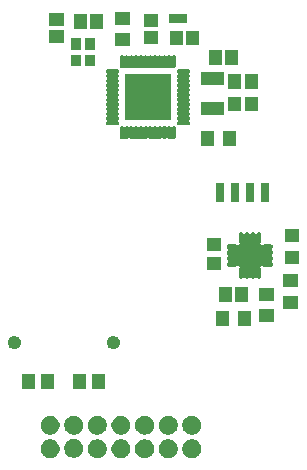
<source format=gbs>
G04 #@! TF.GenerationSoftware,KiCad,Pcbnew,5.1.5-52549c5~84~ubuntu18.04.1*
G04 #@! TF.CreationDate,2020-02-14T10:22:43+02:00*
G04 #@! TF.ProjectId,Touch_Switch_1ch,546f7563-685f-4537-9769-7463685f3163,rev?*
G04 #@! TF.SameCoordinates,Original*
G04 #@! TF.FileFunction,Soldermask,Bot*
G04 #@! TF.FilePolarity,Negative*
%FSLAX46Y46*%
G04 Gerber Fmt 4.6, Leading zero omitted, Abs format (unit mm)*
G04 Created by KiCad (PCBNEW 5.1.5-52549c5~84~ubuntu18.04.1) date 2020-02-14 10:22:43*
%MOMM*%
%LPD*%
G04 APERTURE LIST*
%ADD10C,0.100000*%
G04 APERTURE END LIST*
D10*
G36*
X98151642Y-71221781D02*
G01*
X98297414Y-71282162D01*
X98297416Y-71282163D01*
X98428608Y-71369822D01*
X98540178Y-71481392D01*
X98627837Y-71612584D01*
X98627838Y-71612586D01*
X98688219Y-71758358D01*
X98719000Y-71913107D01*
X98719000Y-72070893D01*
X98688219Y-72225642D01*
X98648548Y-72321416D01*
X98627837Y-72371416D01*
X98540178Y-72502608D01*
X98428608Y-72614178D01*
X98297416Y-72701837D01*
X98297415Y-72701838D01*
X98297414Y-72701838D01*
X98151642Y-72762219D01*
X97996893Y-72793000D01*
X97839107Y-72793000D01*
X97684358Y-72762219D01*
X97538586Y-72701838D01*
X97538585Y-72701838D01*
X97538584Y-72701837D01*
X97407392Y-72614178D01*
X97295822Y-72502608D01*
X97208163Y-72371416D01*
X97187452Y-72321416D01*
X97147781Y-72225642D01*
X97117000Y-72070893D01*
X97117000Y-71913107D01*
X97147781Y-71758358D01*
X97208162Y-71612586D01*
X97208163Y-71612584D01*
X97295822Y-71481392D01*
X97407392Y-71369822D01*
X97538584Y-71282163D01*
X97538586Y-71282162D01*
X97684358Y-71221781D01*
X97839107Y-71191000D01*
X97996893Y-71191000D01*
X98151642Y-71221781D01*
G37*
G36*
X102151642Y-71221781D02*
G01*
X102297414Y-71282162D01*
X102297416Y-71282163D01*
X102428608Y-71369822D01*
X102540178Y-71481392D01*
X102627837Y-71612584D01*
X102627838Y-71612586D01*
X102688219Y-71758358D01*
X102719000Y-71913107D01*
X102719000Y-72070893D01*
X102688219Y-72225642D01*
X102648548Y-72321416D01*
X102627837Y-72371416D01*
X102540178Y-72502608D01*
X102428608Y-72614178D01*
X102297416Y-72701837D01*
X102297415Y-72701838D01*
X102297414Y-72701838D01*
X102151642Y-72762219D01*
X101996893Y-72793000D01*
X101839107Y-72793000D01*
X101684358Y-72762219D01*
X101538586Y-72701838D01*
X101538585Y-72701838D01*
X101538584Y-72701837D01*
X101407392Y-72614178D01*
X101295822Y-72502608D01*
X101208163Y-72371416D01*
X101187452Y-72321416D01*
X101147781Y-72225642D01*
X101117000Y-72070893D01*
X101117000Y-71913107D01*
X101147781Y-71758358D01*
X101208162Y-71612586D01*
X101208163Y-71612584D01*
X101295822Y-71481392D01*
X101407392Y-71369822D01*
X101538584Y-71282163D01*
X101538586Y-71282162D01*
X101684358Y-71221781D01*
X101839107Y-71191000D01*
X101996893Y-71191000D01*
X102151642Y-71221781D01*
G37*
G36*
X96151642Y-71221781D02*
G01*
X96297414Y-71282162D01*
X96297416Y-71282163D01*
X96428608Y-71369822D01*
X96540178Y-71481392D01*
X96627837Y-71612584D01*
X96627838Y-71612586D01*
X96688219Y-71758358D01*
X96719000Y-71913107D01*
X96719000Y-72070893D01*
X96688219Y-72225642D01*
X96648548Y-72321416D01*
X96627837Y-72371416D01*
X96540178Y-72502608D01*
X96428608Y-72614178D01*
X96297416Y-72701837D01*
X96297415Y-72701838D01*
X96297414Y-72701838D01*
X96151642Y-72762219D01*
X95996893Y-72793000D01*
X95839107Y-72793000D01*
X95684358Y-72762219D01*
X95538586Y-72701838D01*
X95538585Y-72701838D01*
X95538584Y-72701837D01*
X95407392Y-72614178D01*
X95295822Y-72502608D01*
X95208163Y-72371416D01*
X95187452Y-72321416D01*
X95147781Y-72225642D01*
X95117000Y-72070893D01*
X95117000Y-71913107D01*
X95147781Y-71758358D01*
X95208162Y-71612586D01*
X95208163Y-71612584D01*
X95295822Y-71481392D01*
X95407392Y-71369822D01*
X95538584Y-71282163D01*
X95538586Y-71282162D01*
X95684358Y-71221781D01*
X95839107Y-71191000D01*
X95996893Y-71191000D01*
X96151642Y-71221781D01*
G37*
G36*
X92151642Y-71221781D02*
G01*
X92297414Y-71282162D01*
X92297416Y-71282163D01*
X92428608Y-71369822D01*
X92540178Y-71481392D01*
X92627837Y-71612584D01*
X92627838Y-71612586D01*
X92688219Y-71758358D01*
X92719000Y-71913107D01*
X92719000Y-72070893D01*
X92688219Y-72225642D01*
X92648548Y-72321416D01*
X92627837Y-72371416D01*
X92540178Y-72502608D01*
X92428608Y-72614178D01*
X92297416Y-72701837D01*
X92297415Y-72701838D01*
X92297414Y-72701838D01*
X92151642Y-72762219D01*
X91996893Y-72793000D01*
X91839107Y-72793000D01*
X91684358Y-72762219D01*
X91538586Y-72701838D01*
X91538585Y-72701838D01*
X91538584Y-72701837D01*
X91407392Y-72614178D01*
X91295822Y-72502608D01*
X91208163Y-72371416D01*
X91187452Y-72321416D01*
X91147781Y-72225642D01*
X91117000Y-72070893D01*
X91117000Y-71913107D01*
X91147781Y-71758358D01*
X91208162Y-71612586D01*
X91208163Y-71612584D01*
X91295822Y-71481392D01*
X91407392Y-71369822D01*
X91538584Y-71282163D01*
X91538586Y-71282162D01*
X91684358Y-71221781D01*
X91839107Y-71191000D01*
X91996893Y-71191000D01*
X92151642Y-71221781D01*
G37*
G36*
X100151642Y-71221781D02*
G01*
X100297414Y-71282162D01*
X100297416Y-71282163D01*
X100428608Y-71369822D01*
X100540178Y-71481392D01*
X100627837Y-71612584D01*
X100627838Y-71612586D01*
X100688219Y-71758358D01*
X100719000Y-71913107D01*
X100719000Y-72070893D01*
X100688219Y-72225642D01*
X100648548Y-72321416D01*
X100627837Y-72371416D01*
X100540178Y-72502608D01*
X100428608Y-72614178D01*
X100297416Y-72701837D01*
X100297415Y-72701838D01*
X100297414Y-72701838D01*
X100151642Y-72762219D01*
X99996893Y-72793000D01*
X99839107Y-72793000D01*
X99684358Y-72762219D01*
X99538586Y-72701838D01*
X99538585Y-72701838D01*
X99538584Y-72701837D01*
X99407392Y-72614178D01*
X99295822Y-72502608D01*
X99208163Y-72371416D01*
X99187452Y-72321416D01*
X99147781Y-72225642D01*
X99117000Y-72070893D01*
X99117000Y-71913107D01*
X99147781Y-71758358D01*
X99208162Y-71612586D01*
X99208163Y-71612584D01*
X99295822Y-71481392D01*
X99407392Y-71369822D01*
X99538584Y-71282163D01*
X99538586Y-71282162D01*
X99684358Y-71221781D01*
X99839107Y-71191000D01*
X99996893Y-71191000D01*
X100151642Y-71221781D01*
G37*
G36*
X104151642Y-71221781D02*
G01*
X104297414Y-71282162D01*
X104297416Y-71282163D01*
X104428608Y-71369822D01*
X104540178Y-71481392D01*
X104627837Y-71612584D01*
X104627838Y-71612586D01*
X104688219Y-71758358D01*
X104719000Y-71913107D01*
X104719000Y-72070893D01*
X104688219Y-72225642D01*
X104648548Y-72321416D01*
X104627837Y-72371416D01*
X104540178Y-72502608D01*
X104428608Y-72614178D01*
X104297416Y-72701837D01*
X104297415Y-72701838D01*
X104297414Y-72701838D01*
X104151642Y-72762219D01*
X103996893Y-72793000D01*
X103839107Y-72793000D01*
X103684358Y-72762219D01*
X103538586Y-72701838D01*
X103538585Y-72701838D01*
X103538584Y-72701837D01*
X103407392Y-72614178D01*
X103295822Y-72502608D01*
X103208163Y-72371416D01*
X103187452Y-72321416D01*
X103147781Y-72225642D01*
X103117000Y-72070893D01*
X103117000Y-71913107D01*
X103147781Y-71758358D01*
X103208162Y-71612586D01*
X103208163Y-71612584D01*
X103295822Y-71481392D01*
X103407392Y-71369822D01*
X103538584Y-71282163D01*
X103538586Y-71282162D01*
X103684358Y-71221781D01*
X103839107Y-71191000D01*
X103996893Y-71191000D01*
X104151642Y-71221781D01*
G37*
G36*
X94151642Y-71171781D02*
G01*
X94297414Y-71232162D01*
X94297416Y-71232163D01*
X94428608Y-71319822D01*
X94540178Y-71431392D01*
X94573587Y-71481393D01*
X94627838Y-71562586D01*
X94688219Y-71708358D01*
X94719000Y-71863107D01*
X94719000Y-72020893D01*
X94688219Y-72175642D01*
X94627838Y-72321414D01*
X94627837Y-72321416D01*
X94540178Y-72452608D01*
X94428608Y-72564178D01*
X94297416Y-72651837D01*
X94297415Y-72651838D01*
X94297414Y-72651838D01*
X94151642Y-72712219D01*
X93996893Y-72743000D01*
X93839107Y-72743000D01*
X93684358Y-72712219D01*
X93538586Y-72651838D01*
X93538585Y-72651838D01*
X93538584Y-72651837D01*
X93407392Y-72564178D01*
X93295822Y-72452608D01*
X93208163Y-72321416D01*
X93208162Y-72321414D01*
X93147781Y-72175642D01*
X93117000Y-72020893D01*
X93117000Y-71863107D01*
X93147781Y-71708358D01*
X93208162Y-71562586D01*
X93262413Y-71481393D01*
X93295822Y-71431392D01*
X93407392Y-71319822D01*
X93538584Y-71232163D01*
X93538586Y-71232162D01*
X93684358Y-71171781D01*
X93839107Y-71141000D01*
X93996893Y-71141000D01*
X94151642Y-71171781D01*
G37*
G36*
X100151642Y-69221781D02*
G01*
X100297414Y-69282162D01*
X100297416Y-69282163D01*
X100428608Y-69369822D01*
X100540178Y-69481392D01*
X100627837Y-69612584D01*
X100627838Y-69612586D01*
X100688219Y-69758358D01*
X100719000Y-69913107D01*
X100719000Y-70070893D01*
X100688219Y-70225642D01*
X100627838Y-70371414D01*
X100627837Y-70371416D01*
X100540178Y-70502608D01*
X100428608Y-70614178D01*
X100297416Y-70701837D01*
X100297415Y-70701838D01*
X100297414Y-70701838D01*
X100151642Y-70762219D01*
X99996893Y-70793000D01*
X99839107Y-70793000D01*
X99684358Y-70762219D01*
X99538586Y-70701838D01*
X99538585Y-70701838D01*
X99538584Y-70701837D01*
X99407392Y-70614178D01*
X99295822Y-70502608D01*
X99208163Y-70371416D01*
X99208162Y-70371414D01*
X99147781Y-70225642D01*
X99117000Y-70070893D01*
X99117000Y-69913107D01*
X99147781Y-69758358D01*
X99208162Y-69612586D01*
X99208163Y-69612584D01*
X99295822Y-69481392D01*
X99407392Y-69369822D01*
X99538584Y-69282163D01*
X99538586Y-69282162D01*
X99684358Y-69221781D01*
X99839107Y-69191000D01*
X99996893Y-69191000D01*
X100151642Y-69221781D01*
G37*
G36*
X98151642Y-69221781D02*
G01*
X98297414Y-69282162D01*
X98297416Y-69282163D01*
X98428608Y-69369822D01*
X98540178Y-69481392D01*
X98627837Y-69612584D01*
X98627838Y-69612586D01*
X98688219Y-69758358D01*
X98719000Y-69913107D01*
X98719000Y-70070893D01*
X98688219Y-70225642D01*
X98627838Y-70371414D01*
X98627837Y-70371416D01*
X98540178Y-70502608D01*
X98428608Y-70614178D01*
X98297416Y-70701837D01*
X98297415Y-70701838D01*
X98297414Y-70701838D01*
X98151642Y-70762219D01*
X97996893Y-70793000D01*
X97839107Y-70793000D01*
X97684358Y-70762219D01*
X97538586Y-70701838D01*
X97538585Y-70701838D01*
X97538584Y-70701837D01*
X97407392Y-70614178D01*
X97295822Y-70502608D01*
X97208163Y-70371416D01*
X97208162Y-70371414D01*
X97147781Y-70225642D01*
X97117000Y-70070893D01*
X97117000Y-69913107D01*
X97147781Y-69758358D01*
X97208162Y-69612586D01*
X97208163Y-69612584D01*
X97295822Y-69481392D01*
X97407392Y-69369822D01*
X97538584Y-69282163D01*
X97538586Y-69282162D01*
X97684358Y-69221781D01*
X97839107Y-69191000D01*
X97996893Y-69191000D01*
X98151642Y-69221781D01*
G37*
G36*
X102151642Y-69221781D02*
G01*
X102297414Y-69282162D01*
X102297416Y-69282163D01*
X102428608Y-69369822D01*
X102540178Y-69481392D01*
X102627837Y-69612584D01*
X102627838Y-69612586D01*
X102688219Y-69758358D01*
X102719000Y-69913107D01*
X102719000Y-70070893D01*
X102688219Y-70225642D01*
X102627838Y-70371414D01*
X102627837Y-70371416D01*
X102540178Y-70502608D01*
X102428608Y-70614178D01*
X102297416Y-70701837D01*
X102297415Y-70701838D01*
X102297414Y-70701838D01*
X102151642Y-70762219D01*
X101996893Y-70793000D01*
X101839107Y-70793000D01*
X101684358Y-70762219D01*
X101538586Y-70701838D01*
X101538585Y-70701838D01*
X101538584Y-70701837D01*
X101407392Y-70614178D01*
X101295822Y-70502608D01*
X101208163Y-70371416D01*
X101208162Y-70371414D01*
X101147781Y-70225642D01*
X101117000Y-70070893D01*
X101117000Y-69913107D01*
X101147781Y-69758358D01*
X101208162Y-69612586D01*
X101208163Y-69612584D01*
X101295822Y-69481392D01*
X101407392Y-69369822D01*
X101538584Y-69282163D01*
X101538586Y-69282162D01*
X101684358Y-69221781D01*
X101839107Y-69191000D01*
X101996893Y-69191000D01*
X102151642Y-69221781D01*
G37*
G36*
X104151642Y-69221781D02*
G01*
X104297414Y-69282162D01*
X104297416Y-69282163D01*
X104428608Y-69369822D01*
X104540178Y-69481392D01*
X104627837Y-69612584D01*
X104627838Y-69612586D01*
X104688219Y-69758358D01*
X104719000Y-69913107D01*
X104719000Y-70070893D01*
X104688219Y-70225642D01*
X104627838Y-70371414D01*
X104627837Y-70371416D01*
X104540178Y-70502608D01*
X104428608Y-70614178D01*
X104297416Y-70701837D01*
X104297415Y-70701838D01*
X104297414Y-70701838D01*
X104151642Y-70762219D01*
X103996893Y-70793000D01*
X103839107Y-70793000D01*
X103684358Y-70762219D01*
X103538586Y-70701838D01*
X103538585Y-70701838D01*
X103538584Y-70701837D01*
X103407392Y-70614178D01*
X103295822Y-70502608D01*
X103208163Y-70371416D01*
X103208162Y-70371414D01*
X103147781Y-70225642D01*
X103117000Y-70070893D01*
X103117000Y-69913107D01*
X103147781Y-69758358D01*
X103208162Y-69612586D01*
X103208163Y-69612584D01*
X103295822Y-69481392D01*
X103407392Y-69369822D01*
X103538584Y-69282163D01*
X103538586Y-69282162D01*
X103684358Y-69221781D01*
X103839107Y-69191000D01*
X103996893Y-69191000D01*
X104151642Y-69221781D01*
G37*
G36*
X94151642Y-69221781D02*
G01*
X94297414Y-69282162D01*
X94297416Y-69282163D01*
X94428608Y-69369822D01*
X94540178Y-69481392D01*
X94627837Y-69612584D01*
X94627838Y-69612586D01*
X94688219Y-69758358D01*
X94719000Y-69913107D01*
X94719000Y-70070893D01*
X94688219Y-70225642D01*
X94627838Y-70371414D01*
X94627837Y-70371416D01*
X94540178Y-70502608D01*
X94428608Y-70614178D01*
X94297416Y-70701837D01*
X94297415Y-70701838D01*
X94297414Y-70701838D01*
X94151642Y-70762219D01*
X93996893Y-70793000D01*
X93839107Y-70793000D01*
X93684358Y-70762219D01*
X93538586Y-70701838D01*
X93538585Y-70701838D01*
X93538584Y-70701837D01*
X93407392Y-70614178D01*
X93295822Y-70502608D01*
X93208163Y-70371416D01*
X93208162Y-70371414D01*
X93147781Y-70225642D01*
X93117000Y-70070893D01*
X93117000Y-69913107D01*
X93147781Y-69758358D01*
X93208162Y-69612586D01*
X93208163Y-69612584D01*
X93295822Y-69481392D01*
X93407392Y-69369822D01*
X93538584Y-69282163D01*
X93538586Y-69282162D01*
X93684358Y-69221781D01*
X93839107Y-69191000D01*
X93996893Y-69191000D01*
X94151642Y-69221781D01*
G37*
G36*
X92151642Y-69221781D02*
G01*
X92297414Y-69282162D01*
X92297416Y-69282163D01*
X92428608Y-69369822D01*
X92540178Y-69481392D01*
X92627837Y-69612584D01*
X92627838Y-69612586D01*
X92688219Y-69758358D01*
X92719000Y-69913107D01*
X92719000Y-70070893D01*
X92688219Y-70225642D01*
X92627838Y-70371414D01*
X92627837Y-70371416D01*
X92540178Y-70502608D01*
X92428608Y-70614178D01*
X92297416Y-70701837D01*
X92297415Y-70701838D01*
X92297414Y-70701838D01*
X92151642Y-70762219D01*
X91996893Y-70793000D01*
X91839107Y-70793000D01*
X91684358Y-70762219D01*
X91538586Y-70701838D01*
X91538585Y-70701838D01*
X91538584Y-70701837D01*
X91407392Y-70614178D01*
X91295822Y-70502608D01*
X91208163Y-70371416D01*
X91208162Y-70371414D01*
X91147781Y-70225642D01*
X91117000Y-70070893D01*
X91117000Y-69913107D01*
X91147781Y-69758358D01*
X91208162Y-69612586D01*
X91208163Y-69612584D01*
X91295822Y-69481392D01*
X91407392Y-69369822D01*
X91538584Y-69282163D01*
X91538586Y-69282162D01*
X91684358Y-69221781D01*
X91839107Y-69191000D01*
X91996893Y-69191000D01*
X92151642Y-69221781D01*
G37*
G36*
X96151642Y-69221781D02*
G01*
X96297414Y-69282162D01*
X96297416Y-69282163D01*
X96428608Y-69369822D01*
X96540178Y-69481392D01*
X96627837Y-69612584D01*
X96627838Y-69612586D01*
X96688219Y-69758358D01*
X96719000Y-69913107D01*
X96719000Y-70070893D01*
X96688219Y-70225642D01*
X96627838Y-70371414D01*
X96627837Y-70371416D01*
X96540178Y-70502608D01*
X96428608Y-70614178D01*
X96297416Y-70701837D01*
X96297415Y-70701838D01*
X96297414Y-70701838D01*
X96151642Y-70762219D01*
X95996893Y-70793000D01*
X95839107Y-70793000D01*
X95684358Y-70762219D01*
X95538586Y-70701838D01*
X95538585Y-70701838D01*
X95538584Y-70701837D01*
X95407392Y-70614178D01*
X95295822Y-70502608D01*
X95208163Y-70371416D01*
X95208162Y-70371414D01*
X95147781Y-70225642D01*
X95117000Y-70070893D01*
X95117000Y-69913107D01*
X95147781Y-69758358D01*
X95208162Y-69612586D01*
X95208163Y-69612584D01*
X95295822Y-69481392D01*
X95407392Y-69369822D01*
X95538584Y-69282163D01*
X95538586Y-69282162D01*
X95684358Y-69221781D01*
X95839107Y-69191000D01*
X95996893Y-69191000D01*
X96151642Y-69221781D01*
G37*
G36*
X90668000Y-66895000D02*
G01*
X89566000Y-66895000D01*
X89566000Y-65693000D01*
X90668000Y-65693000D01*
X90668000Y-66895000D01*
G37*
G36*
X92268000Y-66895000D02*
G01*
X91166000Y-66895000D01*
X91166000Y-65693000D01*
X92268000Y-65693000D01*
X92268000Y-66895000D01*
G37*
G36*
X96574000Y-66895000D02*
G01*
X95472000Y-66895000D01*
X95472000Y-65693000D01*
X96574000Y-65693000D01*
X96574000Y-66895000D01*
G37*
G36*
X94974000Y-66895000D02*
G01*
X93872000Y-66895000D01*
X93872000Y-65693000D01*
X94974000Y-65693000D01*
X94974000Y-66895000D01*
G37*
G36*
X89060721Y-62462174D02*
G01*
X89160995Y-62503709D01*
X89160996Y-62503710D01*
X89251242Y-62564010D01*
X89327990Y-62640758D01*
X89327991Y-62640760D01*
X89388291Y-62731005D01*
X89429826Y-62831279D01*
X89451000Y-62937730D01*
X89451000Y-63046270D01*
X89429826Y-63152721D01*
X89388291Y-63252995D01*
X89388290Y-63252996D01*
X89327990Y-63343242D01*
X89251242Y-63419990D01*
X89205812Y-63450345D01*
X89160995Y-63480291D01*
X89060721Y-63521826D01*
X88954270Y-63543000D01*
X88845730Y-63543000D01*
X88739279Y-63521826D01*
X88639005Y-63480291D01*
X88594188Y-63450345D01*
X88548758Y-63419990D01*
X88472010Y-63343242D01*
X88411710Y-63252996D01*
X88411709Y-63252995D01*
X88370174Y-63152721D01*
X88349000Y-63046270D01*
X88349000Y-62937730D01*
X88370174Y-62831279D01*
X88411709Y-62731005D01*
X88472009Y-62640760D01*
X88472010Y-62640758D01*
X88548758Y-62564010D01*
X88639004Y-62503710D01*
X88639005Y-62503709D01*
X88739279Y-62462174D01*
X88845730Y-62441000D01*
X88954270Y-62441000D01*
X89060721Y-62462174D01*
G37*
G36*
X97442721Y-62462174D02*
G01*
X97542995Y-62503709D01*
X97542996Y-62503710D01*
X97633242Y-62564010D01*
X97709990Y-62640758D01*
X97709991Y-62640760D01*
X97770291Y-62731005D01*
X97811826Y-62831279D01*
X97833000Y-62937730D01*
X97833000Y-63046270D01*
X97811826Y-63152721D01*
X97770291Y-63252995D01*
X97770290Y-63252996D01*
X97709990Y-63343242D01*
X97633242Y-63419990D01*
X97587812Y-63450345D01*
X97542995Y-63480291D01*
X97442721Y-63521826D01*
X97336270Y-63543000D01*
X97227730Y-63543000D01*
X97121279Y-63521826D01*
X97021005Y-63480291D01*
X96976188Y-63450345D01*
X96930758Y-63419990D01*
X96854010Y-63343242D01*
X96793710Y-63252996D01*
X96793709Y-63252995D01*
X96752174Y-63152721D01*
X96731000Y-63046270D01*
X96731000Y-62937730D01*
X96752174Y-62831279D01*
X96793709Y-62731005D01*
X96854009Y-62640760D01*
X96854010Y-62640758D01*
X96930758Y-62564010D01*
X97021004Y-62503710D01*
X97021005Y-62503709D01*
X97121279Y-62462174D01*
X97227730Y-62441000D01*
X97336270Y-62441000D01*
X97442721Y-62462174D01*
G37*
G36*
X107093000Y-61561000D02*
G01*
X105991000Y-61561000D01*
X105991000Y-60359000D01*
X107093000Y-60359000D01*
X107093000Y-61561000D01*
G37*
G36*
X108893000Y-61561000D02*
G01*
X107791000Y-61561000D01*
X107791000Y-60359000D01*
X108893000Y-60359000D01*
X108893000Y-61561000D01*
G37*
G36*
X110837000Y-61268000D02*
G01*
X109635000Y-61268000D01*
X109635000Y-60166000D01*
X110837000Y-60166000D01*
X110837000Y-61268000D01*
G37*
G36*
X112869000Y-60125000D02*
G01*
X111667000Y-60125000D01*
X111667000Y-59023000D01*
X112869000Y-59023000D01*
X112869000Y-60125000D01*
G37*
G36*
X108693000Y-59529000D02*
G01*
X107591000Y-59529000D01*
X107591000Y-58327000D01*
X108693000Y-58327000D01*
X108693000Y-59529000D01*
G37*
G36*
X107293000Y-59529000D02*
G01*
X106191000Y-59529000D01*
X106191000Y-58327000D01*
X107293000Y-58327000D01*
X107293000Y-59529000D01*
G37*
G36*
X110837000Y-59468000D02*
G01*
X109635000Y-59468000D01*
X109635000Y-58366000D01*
X110837000Y-58366000D01*
X110837000Y-59468000D01*
G37*
G36*
X112869000Y-58325000D02*
G01*
X111667000Y-58325000D01*
X111667000Y-57223000D01*
X112869000Y-57223000D01*
X112869000Y-58325000D01*
G37*
G36*
X109626442Y-53652764D02*
G01*
X109662445Y-53663685D01*
X109695626Y-53681421D01*
X109724711Y-53705289D01*
X109748579Y-53734373D01*
X109766315Y-53767554D01*
X109777236Y-53803557D01*
X109780000Y-53831619D01*
X109780000Y-54420381D01*
X109777236Y-54448443D01*
X109766315Y-54484446D01*
X109766313Y-54484449D01*
X109748579Y-54517627D01*
X109746055Y-54520702D01*
X109732441Y-54541077D01*
X109723063Y-54563716D01*
X109718283Y-54587749D01*
X109718283Y-54612253D01*
X109723063Y-54636286D01*
X109732441Y-54658925D01*
X109746054Y-54679299D01*
X109763381Y-54696626D01*
X109767086Y-54699102D01*
X109776611Y-54710708D01*
X109795553Y-54726253D01*
X109817164Y-54737804D01*
X109840613Y-54744917D01*
X109864999Y-54747319D01*
X109889385Y-54744917D01*
X109912834Y-54737804D01*
X109934445Y-54726253D01*
X109944292Y-54718949D01*
X109947373Y-54716421D01*
X109980554Y-54698685D01*
X110016557Y-54687764D01*
X110044619Y-54685000D01*
X110633381Y-54685000D01*
X110661443Y-54687764D01*
X110697446Y-54698685D01*
X110730627Y-54716421D01*
X110759711Y-54740289D01*
X110783579Y-54769373D01*
X110801315Y-54802554D01*
X110812236Y-54838557D01*
X110815924Y-54876000D01*
X110812236Y-54913443D01*
X110801315Y-54949446D01*
X110783579Y-54982627D01*
X110759711Y-55011711D01*
X110738177Y-55029383D01*
X110720858Y-55046704D01*
X110707244Y-55067078D01*
X110697868Y-55089717D01*
X110693088Y-55113751D01*
X110693088Y-55138255D01*
X110697869Y-55162288D01*
X110707247Y-55184927D01*
X110720861Y-55205301D01*
X110738177Y-55222617D01*
X110759711Y-55240289D01*
X110783579Y-55269373D01*
X110801315Y-55302554D01*
X110812236Y-55338557D01*
X110815924Y-55376000D01*
X110812236Y-55413443D01*
X110801315Y-55449446D01*
X110783579Y-55482627D01*
X110759711Y-55511711D01*
X110738177Y-55529383D01*
X110720858Y-55546704D01*
X110707244Y-55567078D01*
X110697868Y-55589717D01*
X110693088Y-55613751D01*
X110693088Y-55638255D01*
X110697869Y-55662288D01*
X110707247Y-55684927D01*
X110720861Y-55705301D01*
X110738177Y-55722617D01*
X110759711Y-55740289D01*
X110783579Y-55769373D01*
X110801315Y-55802554D01*
X110812236Y-55838557D01*
X110815924Y-55876000D01*
X110812236Y-55913443D01*
X110801315Y-55949446D01*
X110783579Y-55982627D01*
X110759711Y-56011711D01*
X110738177Y-56029383D01*
X110720858Y-56046704D01*
X110707244Y-56067078D01*
X110697868Y-56089717D01*
X110693088Y-56113751D01*
X110693088Y-56138255D01*
X110697869Y-56162288D01*
X110707247Y-56184927D01*
X110720861Y-56205301D01*
X110738177Y-56222617D01*
X110759711Y-56240289D01*
X110783579Y-56269373D01*
X110801315Y-56302554D01*
X110812236Y-56338557D01*
X110815924Y-56376000D01*
X110812236Y-56413443D01*
X110801315Y-56449446D01*
X110783579Y-56482627D01*
X110759711Y-56511711D01*
X110730627Y-56535579D01*
X110697446Y-56553315D01*
X110661443Y-56564236D01*
X110633381Y-56567000D01*
X110044619Y-56567000D01*
X110016557Y-56564236D01*
X109980554Y-56553315D01*
X109947373Y-56535579D01*
X109944295Y-56533053D01*
X109923923Y-56519441D01*
X109901284Y-56510063D01*
X109877251Y-56505283D01*
X109852747Y-56505283D01*
X109828714Y-56510063D01*
X109806075Y-56519441D01*
X109785701Y-56533054D01*
X109768374Y-56550381D01*
X109765898Y-56554086D01*
X109754292Y-56563611D01*
X109738747Y-56582553D01*
X109727196Y-56604164D01*
X109720083Y-56627613D01*
X109717681Y-56651999D01*
X109720083Y-56676385D01*
X109727196Y-56699834D01*
X109738747Y-56721445D01*
X109746051Y-56731292D01*
X109748579Y-56734373D01*
X109766315Y-56767554D01*
X109777236Y-56803557D01*
X109780000Y-56831619D01*
X109780000Y-57420381D01*
X109777236Y-57448443D01*
X109766315Y-57484446D01*
X109748579Y-57517627D01*
X109724711Y-57546711D01*
X109695627Y-57570579D01*
X109662446Y-57588315D01*
X109626443Y-57599236D01*
X109589000Y-57602924D01*
X109551558Y-57599236D01*
X109515555Y-57588315D01*
X109482374Y-57570579D01*
X109453290Y-57546711D01*
X109435618Y-57525177D01*
X109418299Y-57507858D01*
X109397924Y-57494244D01*
X109375286Y-57484867D01*
X109351252Y-57480087D01*
X109326748Y-57480087D01*
X109302715Y-57484868D01*
X109280076Y-57494245D01*
X109259702Y-57507859D01*
X109242383Y-57525177D01*
X109224711Y-57546711D01*
X109195627Y-57570579D01*
X109162446Y-57588315D01*
X109126443Y-57599236D01*
X109089000Y-57602924D01*
X109051558Y-57599236D01*
X109015555Y-57588315D01*
X108982374Y-57570579D01*
X108953290Y-57546711D01*
X108935618Y-57525177D01*
X108918299Y-57507858D01*
X108897924Y-57494244D01*
X108875286Y-57484867D01*
X108851252Y-57480087D01*
X108826748Y-57480087D01*
X108802715Y-57484868D01*
X108780076Y-57494245D01*
X108759702Y-57507859D01*
X108742383Y-57525177D01*
X108724711Y-57546711D01*
X108695627Y-57570579D01*
X108662446Y-57588315D01*
X108626443Y-57599236D01*
X108589000Y-57602924D01*
X108551558Y-57599236D01*
X108515555Y-57588315D01*
X108482374Y-57570579D01*
X108453290Y-57546711D01*
X108435618Y-57525177D01*
X108418299Y-57507858D01*
X108397924Y-57494244D01*
X108375286Y-57484867D01*
X108351252Y-57480087D01*
X108326748Y-57480087D01*
X108302715Y-57484868D01*
X108280076Y-57494245D01*
X108259702Y-57507859D01*
X108242383Y-57525177D01*
X108224711Y-57546711D01*
X108195627Y-57570579D01*
X108162446Y-57588315D01*
X108126443Y-57599236D01*
X108089000Y-57602924D01*
X108051558Y-57599236D01*
X108015555Y-57588315D01*
X107982374Y-57570579D01*
X107953290Y-57546711D01*
X107929422Y-57517627D01*
X107911686Y-57484446D01*
X107900765Y-57448443D01*
X107898001Y-57420381D01*
X107898000Y-56831620D01*
X107900764Y-56803558D01*
X107911685Y-56767555D01*
X107929421Y-56734374D01*
X107931949Y-56731293D01*
X107945560Y-56710924D01*
X107954937Y-56688285D01*
X107959718Y-56664252D01*
X107959718Y-56639748D01*
X107954938Y-56615715D01*
X107945561Y-56593076D01*
X107931947Y-56572701D01*
X107914620Y-56555374D01*
X107910912Y-56552897D01*
X107901389Y-56541292D01*
X107882447Y-56525747D01*
X107860836Y-56514196D01*
X107837387Y-56507083D01*
X107813001Y-56504681D01*
X107788615Y-56507083D01*
X107765166Y-56514196D01*
X107743555Y-56525747D01*
X107733708Y-56533051D01*
X107730627Y-56535579D01*
X107697446Y-56553315D01*
X107661443Y-56564236D01*
X107633381Y-56567000D01*
X107044619Y-56567000D01*
X107016557Y-56564236D01*
X106980554Y-56553315D01*
X106947373Y-56535579D01*
X106918289Y-56511711D01*
X106894421Y-56482627D01*
X106876685Y-56449446D01*
X106865764Y-56413443D01*
X106862076Y-56376000D01*
X106865764Y-56338557D01*
X106876685Y-56302554D01*
X106894421Y-56269373D01*
X106918289Y-56240289D01*
X106939823Y-56222617D01*
X106957142Y-56205296D01*
X106970756Y-56184922D01*
X106980132Y-56162283D01*
X106984912Y-56138249D01*
X106984912Y-56113745D01*
X106980131Y-56089712D01*
X106970753Y-56067073D01*
X106957139Y-56046699D01*
X106939823Y-56029383D01*
X106918289Y-56011711D01*
X106894421Y-55982627D01*
X106876685Y-55949446D01*
X106865764Y-55913443D01*
X106862076Y-55876000D01*
X106865764Y-55838557D01*
X106876685Y-55802554D01*
X106894421Y-55769373D01*
X106918289Y-55740289D01*
X106939823Y-55722617D01*
X106957142Y-55705296D01*
X106970756Y-55684922D01*
X106980132Y-55662283D01*
X106984912Y-55638249D01*
X106984912Y-55613745D01*
X106980131Y-55589712D01*
X106970753Y-55567073D01*
X106957139Y-55546699D01*
X106939823Y-55529383D01*
X106918289Y-55511711D01*
X106894421Y-55482627D01*
X106876685Y-55449446D01*
X106865764Y-55413443D01*
X106862076Y-55376000D01*
X106865764Y-55338557D01*
X106876685Y-55302554D01*
X106894421Y-55269373D01*
X106918289Y-55240289D01*
X106939823Y-55222617D01*
X106957142Y-55205296D01*
X106970756Y-55184922D01*
X106980132Y-55162283D01*
X106984912Y-55138249D01*
X106984912Y-55113745D01*
X106980131Y-55089712D01*
X106970753Y-55067073D01*
X106957139Y-55046699D01*
X106939823Y-55029383D01*
X106918289Y-55011711D01*
X106894421Y-54982627D01*
X106876685Y-54949446D01*
X106865764Y-54913443D01*
X106862076Y-54876000D01*
X106865764Y-54838557D01*
X106876685Y-54802554D01*
X106894421Y-54769373D01*
X106918289Y-54740289D01*
X106947373Y-54716421D01*
X106980554Y-54698685D01*
X107016557Y-54687764D01*
X107044619Y-54685000D01*
X107633381Y-54685000D01*
X107661443Y-54687764D01*
X107697446Y-54698685D01*
X107730627Y-54716421D01*
X107733705Y-54718947D01*
X107754077Y-54732559D01*
X107776716Y-54741937D01*
X107800749Y-54746717D01*
X107825253Y-54746717D01*
X107849286Y-54741937D01*
X107871925Y-54732559D01*
X107892299Y-54718946D01*
X107909626Y-54701619D01*
X107912100Y-54697916D01*
X107923709Y-54688389D01*
X107939254Y-54669447D01*
X107950805Y-54647836D01*
X107957918Y-54624387D01*
X107960320Y-54600001D01*
X107957918Y-54575615D01*
X107950805Y-54552166D01*
X107939254Y-54530555D01*
X107931946Y-54520702D01*
X107929422Y-54517627D01*
X107911688Y-54484449D01*
X107911686Y-54484446D01*
X107900765Y-54448443D01*
X107898001Y-54420381D01*
X107898000Y-53831620D01*
X107900764Y-53803558D01*
X107911685Y-53767555D01*
X107929421Y-53734374D01*
X107953289Y-53705289D01*
X107982373Y-53681421D01*
X108015554Y-53663685D01*
X108051557Y-53652764D01*
X108089000Y-53649076D01*
X108126442Y-53652764D01*
X108162445Y-53663685D01*
X108195626Y-53681421D01*
X108224711Y-53705289D01*
X108242383Y-53726823D01*
X108259702Y-53744142D01*
X108280077Y-53757756D01*
X108302715Y-53767133D01*
X108326749Y-53771913D01*
X108351253Y-53771913D01*
X108375286Y-53767132D01*
X108397925Y-53757755D01*
X108418299Y-53744141D01*
X108435620Y-53726820D01*
X108453289Y-53705289D01*
X108482373Y-53681421D01*
X108515554Y-53663685D01*
X108551557Y-53652764D01*
X108589000Y-53649076D01*
X108626442Y-53652764D01*
X108662445Y-53663685D01*
X108695626Y-53681421D01*
X108724711Y-53705289D01*
X108742383Y-53726823D01*
X108759702Y-53744142D01*
X108780077Y-53757756D01*
X108802715Y-53767133D01*
X108826749Y-53771913D01*
X108851253Y-53771913D01*
X108875286Y-53767132D01*
X108897925Y-53757755D01*
X108918299Y-53744141D01*
X108935620Y-53726820D01*
X108953289Y-53705289D01*
X108982373Y-53681421D01*
X109015554Y-53663685D01*
X109051557Y-53652764D01*
X109089000Y-53649076D01*
X109126442Y-53652764D01*
X109162445Y-53663685D01*
X109195626Y-53681421D01*
X109224711Y-53705289D01*
X109242383Y-53726823D01*
X109259702Y-53744142D01*
X109280077Y-53757756D01*
X109302715Y-53767133D01*
X109326749Y-53771913D01*
X109351253Y-53771913D01*
X109375286Y-53767132D01*
X109397925Y-53757755D01*
X109418299Y-53744141D01*
X109435620Y-53726820D01*
X109453289Y-53705289D01*
X109482373Y-53681421D01*
X109515554Y-53663685D01*
X109551557Y-53652764D01*
X109589000Y-53649076D01*
X109626442Y-53652764D01*
G37*
G36*
X106392000Y-56850000D02*
G01*
X105190000Y-56850000D01*
X105190000Y-55748000D01*
X106392000Y-55748000D01*
X106392000Y-56850000D01*
G37*
G36*
X112996000Y-56315000D02*
G01*
X111794000Y-56315000D01*
X111794000Y-55213000D01*
X112996000Y-55213000D01*
X112996000Y-56315000D01*
G37*
G36*
X106392000Y-55250000D02*
G01*
X105190000Y-55250000D01*
X105190000Y-54148000D01*
X106392000Y-54148000D01*
X106392000Y-55250000D01*
G37*
G36*
X112996000Y-54515000D02*
G01*
X111794000Y-54515000D01*
X111794000Y-53413000D01*
X112996000Y-53413000D01*
X112996000Y-54515000D01*
G37*
G36*
X106667500Y-51105000D02*
G01*
X105930500Y-51105000D01*
X105930500Y-49479000D01*
X106667500Y-49479000D01*
X106667500Y-51105000D01*
G37*
G36*
X107937500Y-51105000D02*
G01*
X107200500Y-51105000D01*
X107200500Y-49479000D01*
X107937500Y-49479000D01*
X107937500Y-51105000D01*
G37*
G36*
X109207500Y-51105000D02*
G01*
X108470500Y-51105000D01*
X108470500Y-49479000D01*
X109207500Y-49479000D01*
X109207500Y-51105000D01*
G37*
G36*
X110477500Y-51105000D02*
G01*
X109740500Y-51105000D01*
X109740500Y-49479000D01*
X110477500Y-49479000D01*
X110477500Y-51105000D01*
G37*
G36*
X107623000Y-46321000D02*
G01*
X106521000Y-46321000D01*
X106521000Y-45119000D01*
X107623000Y-45119000D01*
X107623000Y-46321000D01*
G37*
G36*
X105823000Y-46321000D02*
G01*
X104721000Y-46321000D01*
X104721000Y-45119000D01*
X105823000Y-45119000D01*
X105823000Y-46321000D01*
G37*
G36*
X102435561Y-44679330D02*
G01*
X102465909Y-44688536D01*
X102493879Y-44703486D01*
X102518395Y-44723605D01*
X102538514Y-44748120D01*
X102553464Y-44776090D01*
X102562670Y-44806438D01*
X102565000Y-44830092D01*
X102565000Y-45625908D01*
X102562670Y-45649562D01*
X102553464Y-45679910D01*
X102538514Y-45707880D01*
X102518395Y-45732395D01*
X102493880Y-45752514D01*
X102465910Y-45767464D01*
X102435562Y-45776670D01*
X102404000Y-45779779D01*
X102372439Y-45776670D01*
X102342091Y-45767464D01*
X102314121Y-45752514D01*
X102289606Y-45732395D01*
X102289604Y-45732393D01*
X102284299Y-45728039D01*
X102263924Y-45714425D01*
X102241285Y-45705048D01*
X102217252Y-45700268D01*
X102192748Y-45700268D01*
X102168714Y-45705049D01*
X102146076Y-45714426D01*
X102125705Y-45728038D01*
X102104978Y-45745048D01*
X102095880Y-45752514D01*
X102067910Y-45767464D01*
X102037562Y-45776670D01*
X102006000Y-45779779D01*
X101974439Y-45776670D01*
X101944091Y-45767464D01*
X101916121Y-45752514D01*
X101891606Y-45732395D01*
X101891603Y-45732391D01*
X101885799Y-45727628D01*
X101865425Y-45714015D01*
X101842786Y-45704637D01*
X101818753Y-45699857D01*
X101794249Y-45699857D01*
X101770216Y-45704637D01*
X101747577Y-45714015D01*
X101727204Y-45727627D01*
X101721397Y-45732392D01*
X101721395Y-45732395D01*
X101696880Y-45752514D01*
X101668910Y-45767464D01*
X101638562Y-45776670D01*
X101607000Y-45779779D01*
X101575439Y-45776670D01*
X101545091Y-45767464D01*
X101517121Y-45752514D01*
X101492606Y-45732395D01*
X101492603Y-45732391D01*
X101485299Y-45726397D01*
X101464925Y-45712784D01*
X101442286Y-45703406D01*
X101418253Y-45698626D01*
X101393749Y-45698626D01*
X101369716Y-45703406D01*
X101347077Y-45712784D01*
X101326704Y-45726396D01*
X101319397Y-45732392D01*
X101319395Y-45732395D01*
X101294880Y-45752514D01*
X101266910Y-45767464D01*
X101236562Y-45776670D01*
X101205000Y-45779779D01*
X101173439Y-45776670D01*
X101143091Y-45767464D01*
X101115121Y-45752514D01*
X101090606Y-45732395D01*
X101090604Y-45732393D01*
X101085299Y-45728039D01*
X101064924Y-45714425D01*
X101042285Y-45705048D01*
X101018252Y-45700268D01*
X100993748Y-45700268D01*
X100969714Y-45705049D01*
X100947076Y-45714426D01*
X100926705Y-45728038D01*
X100905978Y-45745048D01*
X100896880Y-45752514D01*
X100868910Y-45767464D01*
X100838562Y-45776670D01*
X100807000Y-45779779D01*
X100775439Y-45776670D01*
X100745091Y-45767464D01*
X100717121Y-45752514D01*
X100692606Y-45732395D01*
X100692603Y-45732391D01*
X100685299Y-45726397D01*
X100664925Y-45712784D01*
X100642286Y-45703406D01*
X100618253Y-45698626D01*
X100593749Y-45698626D01*
X100569716Y-45703406D01*
X100547077Y-45712784D01*
X100526704Y-45726396D01*
X100519397Y-45732392D01*
X100519395Y-45732395D01*
X100494880Y-45752514D01*
X100466910Y-45767464D01*
X100436562Y-45776670D01*
X100405000Y-45779779D01*
X100373439Y-45776670D01*
X100343091Y-45767464D01*
X100315121Y-45752514D01*
X100290606Y-45732395D01*
X100290604Y-45732393D01*
X100285299Y-45728039D01*
X100264924Y-45714425D01*
X100242285Y-45705048D01*
X100218252Y-45700268D01*
X100193748Y-45700268D01*
X100169714Y-45705049D01*
X100147076Y-45714426D01*
X100126705Y-45728038D01*
X100105978Y-45745048D01*
X100096880Y-45752514D01*
X100068910Y-45767464D01*
X100038562Y-45776670D01*
X100007000Y-45779779D01*
X99975439Y-45776670D01*
X99945091Y-45767464D01*
X99917121Y-45752514D01*
X99892606Y-45732395D01*
X99892603Y-45732391D01*
X99885299Y-45726397D01*
X99864925Y-45712784D01*
X99842286Y-45703406D01*
X99818253Y-45698626D01*
X99793749Y-45698626D01*
X99769716Y-45703406D01*
X99747077Y-45712784D01*
X99726704Y-45726396D01*
X99719397Y-45732392D01*
X99719395Y-45732395D01*
X99694880Y-45752514D01*
X99666910Y-45767464D01*
X99636562Y-45776670D01*
X99605000Y-45779779D01*
X99573439Y-45776670D01*
X99543091Y-45767464D01*
X99515121Y-45752514D01*
X99490606Y-45732395D01*
X99490603Y-45732391D01*
X99484799Y-45727628D01*
X99464425Y-45714015D01*
X99441786Y-45704637D01*
X99417753Y-45699857D01*
X99393249Y-45699857D01*
X99369216Y-45704637D01*
X99346577Y-45714015D01*
X99326204Y-45727627D01*
X99320397Y-45732392D01*
X99320395Y-45732395D01*
X99295880Y-45752514D01*
X99267910Y-45767464D01*
X99237562Y-45776670D01*
X99206000Y-45779779D01*
X99174439Y-45776670D01*
X99144091Y-45767464D01*
X99116121Y-45752514D01*
X99091606Y-45732395D01*
X99091604Y-45732393D01*
X99084799Y-45726808D01*
X99064424Y-45713194D01*
X99041785Y-45703817D01*
X99017752Y-45699037D01*
X98993248Y-45699037D01*
X98969214Y-45703818D01*
X98946576Y-45713195D01*
X98926205Y-45726807D01*
X98904261Y-45744815D01*
X98894880Y-45752514D01*
X98866910Y-45767464D01*
X98836562Y-45776670D01*
X98805000Y-45779779D01*
X98773439Y-45776670D01*
X98743091Y-45767464D01*
X98715121Y-45752514D01*
X98690606Y-45732395D01*
X98690603Y-45732391D01*
X98684799Y-45727628D01*
X98664425Y-45714015D01*
X98641786Y-45704637D01*
X98617753Y-45699857D01*
X98593249Y-45699857D01*
X98569216Y-45704637D01*
X98546577Y-45714015D01*
X98526204Y-45727627D01*
X98520397Y-45732392D01*
X98520395Y-45732395D01*
X98495880Y-45752514D01*
X98467910Y-45767464D01*
X98437562Y-45776670D01*
X98406000Y-45779779D01*
X98374439Y-45776670D01*
X98344091Y-45767464D01*
X98316121Y-45752514D01*
X98291606Y-45732395D01*
X98291604Y-45732393D01*
X98284799Y-45726808D01*
X98264424Y-45713194D01*
X98241785Y-45703817D01*
X98217752Y-45699037D01*
X98193248Y-45699037D01*
X98169214Y-45703818D01*
X98146576Y-45713195D01*
X98126205Y-45726807D01*
X98104261Y-45744815D01*
X98094880Y-45752514D01*
X98066910Y-45767464D01*
X98036562Y-45776670D01*
X98005000Y-45779779D01*
X97973439Y-45776670D01*
X97943091Y-45767464D01*
X97915121Y-45752514D01*
X97890606Y-45732395D01*
X97870487Y-45707880D01*
X97855537Y-45679910D01*
X97846331Y-45649562D01*
X97844001Y-45625908D01*
X97844000Y-44830093D01*
X97846330Y-44806439D01*
X97855536Y-44776091D01*
X97870486Y-44748121D01*
X97890605Y-44723605D01*
X97915120Y-44703486D01*
X97943090Y-44688536D01*
X97973438Y-44679330D01*
X98005000Y-44676221D01*
X98036561Y-44679330D01*
X98066909Y-44688536D01*
X98094879Y-44703486D01*
X98119395Y-44723605D01*
X98126204Y-44729193D01*
X98146578Y-44742807D01*
X98169217Y-44752183D01*
X98193251Y-44756963D01*
X98217755Y-44756963D01*
X98241788Y-44752182D01*
X98264427Y-44742804D01*
X98284798Y-44729192D01*
X98291603Y-44723607D01*
X98291605Y-44723605D01*
X98316120Y-44703486D01*
X98344090Y-44688536D01*
X98374438Y-44679330D01*
X98406000Y-44676221D01*
X98437561Y-44679330D01*
X98467909Y-44688536D01*
X98495879Y-44703486D01*
X98520395Y-44723605D01*
X98520398Y-44723608D01*
X98526204Y-44728373D01*
X98546579Y-44741986D01*
X98569218Y-44751363D01*
X98593251Y-44756142D01*
X98617755Y-44756142D01*
X98641789Y-44751361D01*
X98664427Y-44741983D01*
X98684797Y-44728372D01*
X98690603Y-44723607D01*
X98690605Y-44723605D01*
X98715120Y-44703486D01*
X98743090Y-44688536D01*
X98773438Y-44679330D01*
X98805000Y-44676221D01*
X98836561Y-44679330D01*
X98866909Y-44688536D01*
X98894879Y-44703486D01*
X98919395Y-44723605D01*
X98926204Y-44729193D01*
X98946578Y-44742807D01*
X98969217Y-44752183D01*
X98993251Y-44756963D01*
X99017755Y-44756963D01*
X99041788Y-44752182D01*
X99064427Y-44742804D01*
X99084798Y-44729192D01*
X99091603Y-44723607D01*
X99091605Y-44723605D01*
X99116120Y-44703486D01*
X99144090Y-44688536D01*
X99174438Y-44679330D01*
X99206000Y-44676221D01*
X99237561Y-44679330D01*
X99267909Y-44688536D01*
X99295879Y-44703486D01*
X99320395Y-44723605D01*
X99320398Y-44723608D01*
X99326204Y-44728373D01*
X99346579Y-44741986D01*
X99369218Y-44751363D01*
X99393251Y-44756142D01*
X99417755Y-44756142D01*
X99441789Y-44751361D01*
X99464427Y-44741983D01*
X99484797Y-44728372D01*
X99490603Y-44723607D01*
X99490605Y-44723605D01*
X99515120Y-44703486D01*
X99543090Y-44688536D01*
X99573438Y-44679330D01*
X99605000Y-44676221D01*
X99636561Y-44679330D01*
X99666909Y-44688536D01*
X99694879Y-44703486D01*
X99719395Y-44723605D01*
X99719398Y-44723608D01*
X99726704Y-44729604D01*
X99747079Y-44743217D01*
X99769718Y-44752594D01*
X99793751Y-44757373D01*
X99818255Y-44757373D01*
X99842289Y-44752592D01*
X99864927Y-44743214D01*
X99885297Y-44729603D01*
X99892603Y-44723607D01*
X99892605Y-44723605D01*
X99917120Y-44703486D01*
X99945090Y-44688536D01*
X99975438Y-44679330D01*
X100007000Y-44676221D01*
X100038561Y-44679330D01*
X100068909Y-44688536D01*
X100096879Y-44703486D01*
X100096881Y-44703488D01*
X100126704Y-44727962D01*
X100147078Y-44741576D01*
X100169717Y-44750952D01*
X100193751Y-44755732D01*
X100218255Y-44755732D01*
X100242288Y-44750951D01*
X100264927Y-44741573D01*
X100285298Y-44727961D01*
X100290603Y-44723607D01*
X100290605Y-44723605D01*
X100315120Y-44703486D01*
X100343090Y-44688536D01*
X100373438Y-44679330D01*
X100405000Y-44676221D01*
X100436561Y-44679330D01*
X100466909Y-44688536D01*
X100494879Y-44703486D01*
X100519395Y-44723605D01*
X100519398Y-44723608D01*
X100526704Y-44729604D01*
X100547079Y-44743217D01*
X100569718Y-44752594D01*
X100593751Y-44757373D01*
X100618255Y-44757373D01*
X100642289Y-44752592D01*
X100664927Y-44743214D01*
X100685297Y-44729603D01*
X100692603Y-44723607D01*
X100692605Y-44723605D01*
X100717120Y-44703486D01*
X100745090Y-44688536D01*
X100775438Y-44679330D01*
X100807000Y-44676221D01*
X100838561Y-44679330D01*
X100868909Y-44688536D01*
X100896879Y-44703486D01*
X100896881Y-44703488D01*
X100926704Y-44727962D01*
X100947078Y-44741576D01*
X100969717Y-44750952D01*
X100993751Y-44755732D01*
X101018255Y-44755732D01*
X101042288Y-44750951D01*
X101064927Y-44741573D01*
X101085298Y-44727961D01*
X101090603Y-44723607D01*
X101090605Y-44723605D01*
X101115120Y-44703486D01*
X101143090Y-44688536D01*
X101173438Y-44679330D01*
X101205000Y-44676221D01*
X101236561Y-44679330D01*
X101266909Y-44688536D01*
X101294879Y-44703486D01*
X101319395Y-44723605D01*
X101319398Y-44723608D01*
X101326704Y-44729604D01*
X101347079Y-44743217D01*
X101369718Y-44752594D01*
X101393751Y-44757373D01*
X101418255Y-44757373D01*
X101442289Y-44752592D01*
X101464927Y-44743214D01*
X101485297Y-44729603D01*
X101492603Y-44723607D01*
X101492605Y-44723605D01*
X101517120Y-44703486D01*
X101545090Y-44688536D01*
X101575438Y-44679330D01*
X101607000Y-44676221D01*
X101638561Y-44679330D01*
X101668909Y-44688536D01*
X101696879Y-44703486D01*
X101721395Y-44723605D01*
X101721398Y-44723608D01*
X101727204Y-44728373D01*
X101747579Y-44741986D01*
X101770218Y-44751363D01*
X101794251Y-44756142D01*
X101818755Y-44756142D01*
X101842789Y-44751361D01*
X101865427Y-44741983D01*
X101885797Y-44728372D01*
X101891603Y-44723607D01*
X101891605Y-44723605D01*
X101916120Y-44703486D01*
X101944090Y-44688536D01*
X101974438Y-44679330D01*
X102006000Y-44676221D01*
X102037561Y-44679330D01*
X102067909Y-44688536D01*
X102095879Y-44703486D01*
X102095881Y-44703488D01*
X102125704Y-44727962D01*
X102146078Y-44741576D01*
X102168717Y-44750952D01*
X102192751Y-44755732D01*
X102217255Y-44755732D01*
X102241288Y-44750951D01*
X102263927Y-44741573D01*
X102284298Y-44727961D01*
X102289603Y-44723607D01*
X102289605Y-44723605D01*
X102314120Y-44703486D01*
X102342090Y-44688536D01*
X102372438Y-44679330D01*
X102404000Y-44676221D01*
X102435561Y-44679330D01*
G37*
G36*
X97627562Y-39868330D02*
G01*
X97657910Y-39877536D01*
X97685880Y-39892486D01*
X97710395Y-39912605D01*
X97730514Y-39937120D01*
X97745464Y-39965090D01*
X97754670Y-39995438D01*
X97757779Y-40027000D01*
X97754670Y-40058562D01*
X97745464Y-40088910D01*
X97730514Y-40116880D01*
X97710395Y-40141395D01*
X97710393Y-40141397D01*
X97704808Y-40148202D01*
X97691194Y-40168577D01*
X97681817Y-40191216D01*
X97677037Y-40215249D01*
X97677037Y-40239753D01*
X97681818Y-40263787D01*
X97691195Y-40286425D01*
X97704808Y-40306798D01*
X97710393Y-40313603D01*
X97710395Y-40313605D01*
X97730514Y-40338120D01*
X97745464Y-40366090D01*
X97754670Y-40396438D01*
X97757779Y-40428000D01*
X97754670Y-40459562D01*
X97745464Y-40489910D01*
X97730514Y-40517880D01*
X97710395Y-40542395D01*
X97710393Y-40542397D01*
X97705628Y-40548203D01*
X97692015Y-40568578D01*
X97682638Y-40591217D01*
X97677858Y-40615250D01*
X97677858Y-40639754D01*
X97682639Y-40663787D01*
X97692017Y-40686426D01*
X97705628Y-40706797D01*
X97710393Y-40712603D01*
X97710395Y-40712605D01*
X97730514Y-40737120D01*
X97745464Y-40765090D01*
X97754670Y-40795438D01*
X97757779Y-40827000D01*
X97754670Y-40858562D01*
X97745464Y-40888910D01*
X97730514Y-40916880D01*
X97710395Y-40941395D01*
X97710393Y-40941397D01*
X97704808Y-40948202D01*
X97691194Y-40968577D01*
X97681817Y-40991216D01*
X97677037Y-41015249D01*
X97677037Y-41039753D01*
X97681818Y-41063787D01*
X97691195Y-41086425D01*
X97704808Y-41106798D01*
X97710393Y-41113603D01*
X97710395Y-41113605D01*
X97730514Y-41138120D01*
X97745464Y-41166090D01*
X97754670Y-41196438D01*
X97757779Y-41228000D01*
X97754670Y-41259562D01*
X97745464Y-41289910D01*
X97730514Y-41317880D01*
X97710395Y-41342395D01*
X97710393Y-41342397D01*
X97705628Y-41348203D01*
X97692015Y-41368578D01*
X97682638Y-41391217D01*
X97677858Y-41415250D01*
X97677858Y-41439754D01*
X97682639Y-41463787D01*
X97692017Y-41486426D01*
X97705628Y-41506797D01*
X97710393Y-41512603D01*
X97710395Y-41512605D01*
X97730514Y-41537120D01*
X97745464Y-41565090D01*
X97754670Y-41595438D01*
X97757779Y-41627000D01*
X97754670Y-41658562D01*
X97745464Y-41688910D01*
X97730514Y-41716880D01*
X97710395Y-41741395D01*
X97710393Y-41741397D01*
X97704397Y-41748703D01*
X97690784Y-41769078D01*
X97681407Y-41791717D01*
X97676627Y-41815750D01*
X97676627Y-41840254D01*
X97681408Y-41864287D01*
X97690786Y-41886926D01*
X97704397Y-41907297D01*
X97710393Y-41914603D01*
X97710395Y-41914605D01*
X97730514Y-41939120D01*
X97745464Y-41967090D01*
X97754670Y-41997438D01*
X97757779Y-42029000D01*
X97754670Y-42060562D01*
X97745464Y-42090910D01*
X97730514Y-42118880D01*
X97710395Y-42143395D01*
X97710393Y-42143397D01*
X97706039Y-42148702D01*
X97692425Y-42169077D01*
X97683048Y-42191716D01*
X97678268Y-42215749D01*
X97678268Y-42240253D01*
X97683049Y-42264287D01*
X97692426Y-42286925D01*
X97706039Y-42307298D01*
X97710393Y-42312603D01*
X97710395Y-42312605D01*
X97730514Y-42337120D01*
X97745464Y-42365090D01*
X97754670Y-42395438D01*
X97757779Y-42427000D01*
X97754670Y-42458562D01*
X97745464Y-42488910D01*
X97730514Y-42516880D01*
X97710395Y-42541395D01*
X97710393Y-42541397D01*
X97704397Y-42548703D01*
X97690784Y-42569078D01*
X97681407Y-42591717D01*
X97676627Y-42615750D01*
X97676627Y-42640254D01*
X97681408Y-42664287D01*
X97690786Y-42686926D01*
X97704397Y-42707297D01*
X97710393Y-42714603D01*
X97710395Y-42714605D01*
X97730514Y-42739120D01*
X97745464Y-42767090D01*
X97754670Y-42797438D01*
X97757779Y-42829000D01*
X97754670Y-42860562D01*
X97745464Y-42890910D01*
X97730514Y-42918880D01*
X97710395Y-42943395D01*
X97710393Y-42943397D01*
X97706039Y-42948702D01*
X97692425Y-42969077D01*
X97683048Y-42991716D01*
X97678268Y-43015749D01*
X97678268Y-43040253D01*
X97683049Y-43064287D01*
X97692426Y-43086925D01*
X97706039Y-43107298D01*
X97710393Y-43112603D01*
X97710395Y-43112605D01*
X97730514Y-43137120D01*
X97745464Y-43165090D01*
X97754670Y-43195438D01*
X97757779Y-43227000D01*
X97754670Y-43258562D01*
X97745464Y-43288910D01*
X97730514Y-43316880D01*
X97710395Y-43341395D01*
X97710393Y-43341397D01*
X97704397Y-43348703D01*
X97690784Y-43369078D01*
X97681407Y-43391717D01*
X97676627Y-43415750D01*
X97676627Y-43440254D01*
X97681408Y-43464287D01*
X97690786Y-43486926D01*
X97704397Y-43507297D01*
X97710393Y-43514603D01*
X97710395Y-43514605D01*
X97730514Y-43539120D01*
X97745464Y-43567090D01*
X97754670Y-43597438D01*
X97757779Y-43629000D01*
X97754670Y-43660562D01*
X97745464Y-43690910D01*
X97730514Y-43718880D01*
X97710395Y-43743395D01*
X97710393Y-43743397D01*
X97705628Y-43749203D01*
X97692015Y-43769578D01*
X97682638Y-43792217D01*
X97677858Y-43816250D01*
X97677858Y-43840754D01*
X97682639Y-43864787D01*
X97692017Y-43887426D01*
X97705628Y-43907797D01*
X97710393Y-43913603D01*
X97710395Y-43913605D01*
X97730514Y-43938120D01*
X97745464Y-43966090D01*
X97754670Y-43996438D01*
X97757779Y-44028000D01*
X97754670Y-44059562D01*
X97745464Y-44089910D01*
X97730514Y-44117880D01*
X97710395Y-44142395D01*
X97710393Y-44142397D01*
X97704808Y-44149202D01*
X97691194Y-44169577D01*
X97681817Y-44192216D01*
X97677037Y-44216249D01*
X97677037Y-44240753D01*
X97681818Y-44264787D01*
X97691195Y-44287425D01*
X97704808Y-44307798D01*
X97710393Y-44314603D01*
X97710395Y-44314605D01*
X97730514Y-44339120D01*
X97745464Y-44367090D01*
X97754670Y-44397438D01*
X97757779Y-44429000D01*
X97754670Y-44460562D01*
X97745464Y-44490910D01*
X97730514Y-44518880D01*
X97710395Y-44543395D01*
X97685880Y-44563514D01*
X97657910Y-44578464D01*
X97627562Y-44587670D01*
X97603908Y-44590000D01*
X96808092Y-44590000D01*
X96784438Y-44587670D01*
X96754090Y-44578464D01*
X96726120Y-44563514D01*
X96701605Y-44543395D01*
X96681486Y-44518880D01*
X96666536Y-44490910D01*
X96657330Y-44460562D01*
X96654221Y-44429000D01*
X96657330Y-44397438D01*
X96666536Y-44367090D01*
X96681486Y-44339120D01*
X96701605Y-44314605D01*
X96701607Y-44314603D01*
X96707192Y-44307798D01*
X96720806Y-44287423D01*
X96730183Y-44264784D01*
X96734963Y-44240751D01*
X96734963Y-44216247D01*
X96730182Y-44192213D01*
X96720805Y-44169575D01*
X96707192Y-44149202D01*
X96701607Y-44142397D01*
X96701605Y-44142395D01*
X96681486Y-44117880D01*
X96666536Y-44089910D01*
X96657330Y-44059562D01*
X96654221Y-44028000D01*
X96657330Y-43996438D01*
X96666536Y-43966090D01*
X96681486Y-43938120D01*
X96701605Y-43913605D01*
X96701607Y-43913603D01*
X96706372Y-43907797D01*
X96719985Y-43887422D01*
X96729362Y-43864783D01*
X96734142Y-43840750D01*
X96734142Y-43816246D01*
X96729361Y-43792213D01*
X96719983Y-43769574D01*
X96706372Y-43749203D01*
X96701607Y-43743397D01*
X96701605Y-43743395D01*
X96681486Y-43718880D01*
X96666536Y-43690910D01*
X96657330Y-43660562D01*
X96654221Y-43629000D01*
X96657330Y-43597438D01*
X96666536Y-43567090D01*
X96681486Y-43539120D01*
X96701605Y-43514605D01*
X96701607Y-43514603D01*
X96707603Y-43507297D01*
X96721216Y-43486922D01*
X96730593Y-43464283D01*
X96735373Y-43440250D01*
X96735373Y-43415746D01*
X96730592Y-43391713D01*
X96721214Y-43369074D01*
X96707603Y-43348703D01*
X96701607Y-43341397D01*
X96701605Y-43341395D01*
X96681486Y-43316880D01*
X96666536Y-43288910D01*
X96657330Y-43258562D01*
X96654221Y-43227000D01*
X96657330Y-43195438D01*
X96666536Y-43165090D01*
X96681486Y-43137120D01*
X96701605Y-43112605D01*
X96701607Y-43112603D01*
X96705961Y-43107298D01*
X96719575Y-43086923D01*
X96728952Y-43064284D01*
X96733732Y-43040251D01*
X96733732Y-43015747D01*
X96728951Y-42991713D01*
X96719574Y-42969075D01*
X96705961Y-42948702D01*
X96701607Y-42943397D01*
X96701605Y-42943395D01*
X96681486Y-42918880D01*
X96666536Y-42890910D01*
X96657330Y-42860562D01*
X96654221Y-42829000D01*
X96657330Y-42797438D01*
X96666536Y-42767090D01*
X96681486Y-42739120D01*
X96701605Y-42714605D01*
X96701607Y-42714603D01*
X96707603Y-42707297D01*
X96721216Y-42686922D01*
X96730593Y-42664283D01*
X96735373Y-42640250D01*
X96735373Y-42615746D01*
X96730592Y-42591713D01*
X96721214Y-42569074D01*
X96707603Y-42548703D01*
X96701607Y-42541397D01*
X96701605Y-42541395D01*
X96681486Y-42516880D01*
X96666536Y-42488910D01*
X96657330Y-42458562D01*
X96654221Y-42427000D01*
X96657330Y-42395438D01*
X96666536Y-42365090D01*
X96681486Y-42337120D01*
X96701605Y-42312605D01*
X96701607Y-42312603D01*
X96705961Y-42307298D01*
X96719575Y-42286923D01*
X96728952Y-42264284D01*
X96733732Y-42240251D01*
X96733732Y-42215747D01*
X96728951Y-42191713D01*
X96719574Y-42169075D01*
X96705961Y-42148702D01*
X96701607Y-42143397D01*
X96701605Y-42143395D01*
X96681486Y-42118880D01*
X96666536Y-42090910D01*
X96657330Y-42060562D01*
X96654221Y-42029000D01*
X96657330Y-41997438D01*
X96666536Y-41967090D01*
X96681486Y-41939120D01*
X96701605Y-41914605D01*
X96701607Y-41914603D01*
X96707603Y-41907297D01*
X96721216Y-41886922D01*
X96730593Y-41864283D01*
X96735373Y-41840250D01*
X96735373Y-41815746D01*
X96730592Y-41791713D01*
X96721214Y-41769074D01*
X96707603Y-41748703D01*
X96701607Y-41741397D01*
X96701605Y-41741395D01*
X96681486Y-41716880D01*
X96666536Y-41688910D01*
X96657330Y-41658562D01*
X96654221Y-41627000D01*
X96657330Y-41595438D01*
X96666536Y-41565090D01*
X96681486Y-41537120D01*
X96701605Y-41512605D01*
X96701607Y-41512603D01*
X96706372Y-41506797D01*
X96719985Y-41486422D01*
X96729362Y-41463783D01*
X96734142Y-41439750D01*
X96734142Y-41415246D01*
X96729361Y-41391213D01*
X96719983Y-41368574D01*
X96706372Y-41348203D01*
X96701607Y-41342397D01*
X96701605Y-41342395D01*
X96681486Y-41317880D01*
X96666536Y-41289910D01*
X96657330Y-41259562D01*
X96654221Y-41228000D01*
X96657330Y-41196438D01*
X96666536Y-41166090D01*
X96681486Y-41138120D01*
X96701605Y-41113605D01*
X96701607Y-41113603D01*
X96707192Y-41106798D01*
X96720806Y-41086423D01*
X96730183Y-41063784D01*
X96734963Y-41039751D01*
X96734963Y-41015247D01*
X96730182Y-40991213D01*
X96720805Y-40968575D01*
X96707192Y-40948202D01*
X96701607Y-40941397D01*
X96701605Y-40941395D01*
X96681486Y-40916880D01*
X96666536Y-40888910D01*
X96657330Y-40858562D01*
X96654221Y-40827000D01*
X96657330Y-40795438D01*
X96666536Y-40765090D01*
X96681486Y-40737120D01*
X96701605Y-40712605D01*
X96701607Y-40712603D01*
X96706372Y-40706797D01*
X96719985Y-40686422D01*
X96729362Y-40663783D01*
X96734142Y-40639750D01*
X96734142Y-40615246D01*
X96729361Y-40591213D01*
X96719983Y-40568574D01*
X96706372Y-40548203D01*
X96701607Y-40542397D01*
X96701605Y-40542395D01*
X96681486Y-40517880D01*
X96666536Y-40489910D01*
X96657330Y-40459562D01*
X96654221Y-40428000D01*
X96657330Y-40396438D01*
X96666536Y-40366090D01*
X96681486Y-40338120D01*
X96701605Y-40313605D01*
X96701607Y-40313603D01*
X96707192Y-40306798D01*
X96720806Y-40286423D01*
X96730183Y-40263784D01*
X96734963Y-40239751D01*
X96734963Y-40215247D01*
X96730182Y-40191213D01*
X96720805Y-40168575D01*
X96707192Y-40148202D01*
X96701607Y-40141397D01*
X96701605Y-40141395D01*
X96681486Y-40116880D01*
X96666536Y-40088910D01*
X96657330Y-40058562D01*
X96654221Y-40027000D01*
X96657330Y-39995438D01*
X96666536Y-39965090D01*
X96681486Y-39937120D01*
X96701605Y-39912605D01*
X96726120Y-39892486D01*
X96754090Y-39877536D01*
X96784438Y-39868330D01*
X96808092Y-39866000D01*
X97603908Y-39866000D01*
X97627562Y-39868330D01*
G37*
G36*
X103627562Y-39868330D02*
G01*
X103657910Y-39877536D01*
X103685880Y-39892486D01*
X103710395Y-39912605D01*
X103730514Y-39937120D01*
X103745464Y-39965090D01*
X103754670Y-39995438D01*
X103757779Y-40027000D01*
X103754670Y-40058562D01*
X103745464Y-40088910D01*
X103730514Y-40116880D01*
X103710395Y-40141395D01*
X103710393Y-40141397D01*
X103704808Y-40148202D01*
X103691194Y-40168577D01*
X103681817Y-40191216D01*
X103677037Y-40215249D01*
X103677037Y-40239753D01*
X103681818Y-40263787D01*
X103691195Y-40286425D01*
X103704808Y-40306798D01*
X103710393Y-40313603D01*
X103710395Y-40313605D01*
X103730514Y-40338120D01*
X103745464Y-40366090D01*
X103754670Y-40396438D01*
X103757779Y-40428000D01*
X103754670Y-40459562D01*
X103745464Y-40489910D01*
X103730514Y-40517880D01*
X103710395Y-40542395D01*
X103710393Y-40542397D01*
X103705628Y-40548203D01*
X103692015Y-40568578D01*
X103682638Y-40591217D01*
X103677858Y-40615250D01*
X103677858Y-40639754D01*
X103682639Y-40663787D01*
X103692017Y-40686426D01*
X103705628Y-40706797D01*
X103710393Y-40712603D01*
X103710395Y-40712605D01*
X103730514Y-40737120D01*
X103745464Y-40765090D01*
X103754670Y-40795438D01*
X103757779Y-40827000D01*
X103754670Y-40858562D01*
X103745464Y-40888910D01*
X103730514Y-40916880D01*
X103710395Y-40941395D01*
X103710393Y-40941397D01*
X103704808Y-40948202D01*
X103691194Y-40968577D01*
X103681817Y-40991216D01*
X103677037Y-41015249D01*
X103677037Y-41039753D01*
X103681818Y-41063787D01*
X103691195Y-41086425D01*
X103704808Y-41106798D01*
X103710393Y-41113603D01*
X103710395Y-41113605D01*
X103730514Y-41138120D01*
X103745464Y-41166090D01*
X103754670Y-41196438D01*
X103757779Y-41228000D01*
X103754670Y-41259562D01*
X103745464Y-41289910D01*
X103730514Y-41317880D01*
X103710395Y-41342395D01*
X103710393Y-41342397D01*
X103705628Y-41348203D01*
X103692015Y-41368578D01*
X103682638Y-41391217D01*
X103677858Y-41415250D01*
X103677858Y-41439754D01*
X103682639Y-41463787D01*
X103692017Y-41486426D01*
X103705628Y-41506797D01*
X103710393Y-41512603D01*
X103710395Y-41512605D01*
X103730514Y-41537120D01*
X103745464Y-41565090D01*
X103754670Y-41595438D01*
X103757779Y-41627000D01*
X103754670Y-41658562D01*
X103745464Y-41688910D01*
X103730514Y-41716880D01*
X103710395Y-41741395D01*
X103710393Y-41741397D01*
X103704397Y-41748703D01*
X103690784Y-41769078D01*
X103681407Y-41791717D01*
X103676627Y-41815750D01*
X103676627Y-41840254D01*
X103681408Y-41864287D01*
X103690786Y-41886926D01*
X103704397Y-41907297D01*
X103710393Y-41914603D01*
X103710395Y-41914605D01*
X103730514Y-41939120D01*
X103745464Y-41967090D01*
X103754670Y-41997438D01*
X103757779Y-42029000D01*
X103754670Y-42060562D01*
X103745464Y-42090910D01*
X103730514Y-42118880D01*
X103710395Y-42143395D01*
X103710393Y-42143397D01*
X103706039Y-42148702D01*
X103692425Y-42169077D01*
X103683048Y-42191716D01*
X103678268Y-42215749D01*
X103678268Y-42240253D01*
X103683049Y-42264287D01*
X103692426Y-42286925D01*
X103706039Y-42307298D01*
X103710393Y-42312603D01*
X103710395Y-42312605D01*
X103730514Y-42337120D01*
X103745464Y-42365090D01*
X103754670Y-42395438D01*
X103757779Y-42427000D01*
X103754670Y-42458562D01*
X103745464Y-42488910D01*
X103730514Y-42516880D01*
X103710395Y-42541395D01*
X103710393Y-42541397D01*
X103704397Y-42548703D01*
X103690784Y-42569078D01*
X103681407Y-42591717D01*
X103676627Y-42615750D01*
X103676627Y-42640254D01*
X103681408Y-42664287D01*
X103690786Y-42686926D01*
X103704397Y-42707297D01*
X103710393Y-42714603D01*
X103710395Y-42714605D01*
X103730514Y-42739120D01*
X103745464Y-42767090D01*
X103754670Y-42797438D01*
X103757779Y-42829000D01*
X103754670Y-42860562D01*
X103745464Y-42890910D01*
X103730514Y-42918880D01*
X103710395Y-42943395D01*
X103710393Y-42943397D01*
X103706039Y-42948702D01*
X103692425Y-42969077D01*
X103683048Y-42991716D01*
X103678268Y-43015749D01*
X103678268Y-43040253D01*
X103683049Y-43064287D01*
X103692426Y-43086925D01*
X103706039Y-43107298D01*
X103710393Y-43112603D01*
X103710395Y-43112605D01*
X103730514Y-43137120D01*
X103745464Y-43165090D01*
X103754670Y-43195438D01*
X103757779Y-43227000D01*
X103754670Y-43258562D01*
X103745464Y-43288910D01*
X103730514Y-43316880D01*
X103710395Y-43341395D01*
X103710393Y-43341397D01*
X103704397Y-43348703D01*
X103690784Y-43369078D01*
X103681407Y-43391717D01*
X103676627Y-43415750D01*
X103676627Y-43440254D01*
X103681408Y-43464287D01*
X103690786Y-43486926D01*
X103704397Y-43507297D01*
X103710393Y-43514603D01*
X103710395Y-43514605D01*
X103730514Y-43539120D01*
X103745464Y-43567090D01*
X103754670Y-43597438D01*
X103757779Y-43629000D01*
X103754670Y-43660562D01*
X103745464Y-43690910D01*
X103730514Y-43718880D01*
X103710395Y-43743395D01*
X103710393Y-43743397D01*
X103705628Y-43749203D01*
X103692015Y-43769578D01*
X103682638Y-43792217D01*
X103677858Y-43816250D01*
X103677858Y-43840754D01*
X103682639Y-43864787D01*
X103692017Y-43887426D01*
X103705628Y-43907797D01*
X103710393Y-43913603D01*
X103710395Y-43913605D01*
X103730514Y-43938120D01*
X103745464Y-43966090D01*
X103754670Y-43996438D01*
X103757779Y-44028000D01*
X103754670Y-44059562D01*
X103745464Y-44089910D01*
X103730514Y-44117880D01*
X103710395Y-44142395D01*
X103710393Y-44142397D01*
X103704808Y-44149202D01*
X103691194Y-44169577D01*
X103681817Y-44192216D01*
X103677037Y-44216249D01*
X103677037Y-44240753D01*
X103681818Y-44264787D01*
X103691195Y-44287425D01*
X103704808Y-44307798D01*
X103710393Y-44314603D01*
X103710395Y-44314605D01*
X103730514Y-44339120D01*
X103745464Y-44367090D01*
X103754670Y-44397438D01*
X103757779Y-44429000D01*
X103754670Y-44460562D01*
X103745464Y-44490910D01*
X103730514Y-44518880D01*
X103710395Y-44543395D01*
X103685880Y-44563514D01*
X103657910Y-44578464D01*
X103627562Y-44587670D01*
X103603908Y-44590000D01*
X102808092Y-44590000D01*
X102784438Y-44587670D01*
X102754090Y-44578464D01*
X102726120Y-44563514D01*
X102701605Y-44543395D01*
X102681486Y-44518880D01*
X102666536Y-44490910D01*
X102657330Y-44460562D01*
X102654221Y-44429000D01*
X102657330Y-44397438D01*
X102666536Y-44367090D01*
X102681486Y-44339120D01*
X102701605Y-44314605D01*
X102701607Y-44314603D01*
X102707192Y-44307798D01*
X102720806Y-44287423D01*
X102730183Y-44264784D01*
X102734963Y-44240751D01*
X102734963Y-44216247D01*
X102730182Y-44192213D01*
X102720805Y-44169575D01*
X102707192Y-44149202D01*
X102701607Y-44142397D01*
X102701605Y-44142395D01*
X102681486Y-44117880D01*
X102666536Y-44089910D01*
X102657330Y-44059562D01*
X102654221Y-44028000D01*
X102657330Y-43996438D01*
X102666536Y-43966090D01*
X102681486Y-43938120D01*
X102701605Y-43913605D01*
X102701607Y-43913603D01*
X102706372Y-43907797D01*
X102719985Y-43887422D01*
X102729362Y-43864783D01*
X102734142Y-43840750D01*
X102734142Y-43816246D01*
X102729361Y-43792213D01*
X102719983Y-43769574D01*
X102706372Y-43749203D01*
X102701607Y-43743397D01*
X102701605Y-43743395D01*
X102681486Y-43718880D01*
X102666536Y-43690910D01*
X102657330Y-43660562D01*
X102654221Y-43629000D01*
X102657330Y-43597438D01*
X102666536Y-43567090D01*
X102681486Y-43539120D01*
X102701605Y-43514605D01*
X102701607Y-43514603D01*
X102707603Y-43507297D01*
X102721216Y-43486922D01*
X102730593Y-43464283D01*
X102735373Y-43440250D01*
X102735373Y-43415746D01*
X102730592Y-43391713D01*
X102721214Y-43369074D01*
X102707603Y-43348703D01*
X102701607Y-43341397D01*
X102701605Y-43341395D01*
X102681486Y-43316880D01*
X102666536Y-43288910D01*
X102657330Y-43258562D01*
X102654221Y-43227000D01*
X102657330Y-43195438D01*
X102666536Y-43165090D01*
X102681486Y-43137120D01*
X102701605Y-43112605D01*
X102701607Y-43112603D01*
X102705961Y-43107298D01*
X102719575Y-43086923D01*
X102728952Y-43064284D01*
X102733732Y-43040251D01*
X102733732Y-43015747D01*
X102728951Y-42991713D01*
X102719574Y-42969075D01*
X102705961Y-42948702D01*
X102701607Y-42943397D01*
X102701605Y-42943395D01*
X102681486Y-42918880D01*
X102666536Y-42890910D01*
X102657330Y-42860562D01*
X102654221Y-42829000D01*
X102657330Y-42797438D01*
X102666536Y-42767090D01*
X102681486Y-42739120D01*
X102701605Y-42714605D01*
X102701607Y-42714603D01*
X102707603Y-42707297D01*
X102721216Y-42686922D01*
X102730593Y-42664283D01*
X102735373Y-42640250D01*
X102735373Y-42615746D01*
X102730592Y-42591713D01*
X102721214Y-42569074D01*
X102707603Y-42548703D01*
X102701607Y-42541397D01*
X102701605Y-42541395D01*
X102681486Y-42516880D01*
X102666536Y-42488910D01*
X102657330Y-42458562D01*
X102654221Y-42427000D01*
X102657330Y-42395438D01*
X102666536Y-42365090D01*
X102681486Y-42337120D01*
X102701605Y-42312605D01*
X102701607Y-42312603D01*
X102705961Y-42307298D01*
X102719575Y-42286923D01*
X102728952Y-42264284D01*
X102733732Y-42240251D01*
X102733732Y-42215747D01*
X102728951Y-42191713D01*
X102719574Y-42169075D01*
X102705961Y-42148702D01*
X102701607Y-42143397D01*
X102701605Y-42143395D01*
X102681486Y-42118880D01*
X102666536Y-42090910D01*
X102657330Y-42060562D01*
X102654221Y-42029000D01*
X102657330Y-41997438D01*
X102666536Y-41967090D01*
X102681486Y-41939120D01*
X102701605Y-41914605D01*
X102701607Y-41914603D01*
X102707603Y-41907297D01*
X102721216Y-41886922D01*
X102730593Y-41864283D01*
X102735373Y-41840250D01*
X102735373Y-41815746D01*
X102730592Y-41791713D01*
X102721214Y-41769074D01*
X102707603Y-41748703D01*
X102701607Y-41741397D01*
X102701605Y-41741395D01*
X102681486Y-41716880D01*
X102666536Y-41688910D01*
X102657330Y-41658562D01*
X102654221Y-41627000D01*
X102657330Y-41595438D01*
X102666536Y-41565090D01*
X102681486Y-41537120D01*
X102701605Y-41512605D01*
X102701607Y-41512603D01*
X102706372Y-41506797D01*
X102719985Y-41486422D01*
X102729362Y-41463783D01*
X102734142Y-41439750D01*
X102734142Y-41415246D01*
X102729361Y-41391213D01*
X102719983Y-41368574D01*
X102706372Y-41348203D01*
X102701607Y-41342397D01*
X102701605Y-41342395D01*
X102681486Y-41317880D01*
X102666536Y-41289910D01*
X102657330Y-41259562D01*
X102654221Y-41228000D01*
X102657330Y-41196438D01*
X102666536Y-41166090D01*
X102681486Y-41138120D01*
X102701605Y-41113605D01*
X102701607Y-41113603D01*
X102707192Y-41106798D01*
X102720806Y-41086423D01*
X102730183Y-41063784D01*
X102734963Y-41039751D01*
X102734963Y-41015247D01*
X102730182Y-40991213D01*
X102720805Y-40968575D01*
X102707192Y-40948202D01*
X102701607Y-40941397D01*
X102701605Y-40941395D01*
X102681486Y-40916880D01*
X102666536Y-40888910D01*
X102657330Y-40858562D01*
X102654221Y-40827000D01*
X102657330Y-40795438D01*
X102666536Y-40765090D01*
X102681486Y-40737120D01*
X102701605Y-40712605D01*
X102701607Y-40712603D01*
X102706372Y-40706797D01*
X102719985Y-40686422D01*
X102729362Y-40663783D01*
X102734142Y-40639750D01*
X102734142Y-40615246D01*
X102729361Y-40591213D01*
X102719983Y-40568574D01*
X102706372Y-40548203D01*
X102701607Y-40542397D01*
X102701605Y-40542395D01*
X102681486Y-40517880D01*
X102666536Y-40489910D01*
X102657330Y-40459562D01*
X102654221Y-40428000D01*
X102657330Y-40396438D01*
X102666536Y-40366090D01*
X102681486Y-40338120D01*
X102701605Y-40313605D01*
X102701607Y-40313603D01*
X102707192Y-40306798D01*
X102720806Y-40286423D01*
X102730183Y-40263784D01*
X102734963Y-40239751D01*
X102734963Y-40215247D01*
X102730182Y-40191213D01*
X102720805Y-40168575D01*
X102707192Y-40148202D01*
X102701607Y-40141397D01*
X102701605Y-40141395D01*
X102681486Y-40116880D01*
X102666536Y-40088910D01*
X102657330Y-40058562D01*
X102654221Y-40027000D01*
X102657330Y-39995438D01*
X102666536Y-39965090D01*
X102681486Y-39937120D01*
X102701605Y-39912605D01*
X102726120Y-39892486D01*
X102754090Y-39877536D01*
X102784438Y-39868330D01*
X102808092Y-39866000D01*
X103603908Y-39866000D01*
X103627562Y-39868330D01*
G37*
G36*
X102156000Y-44178000D02*
G01*
X98254000Y-44178000D01*
X98254000Y-40276000D01*
X102156000Y-40276000D01*
X102156000Y-44178000D01*
G37*
G36*
X106615000Y-43711000D02*
G01*
X104713000Y-43711000D01*
X104713000Y-42609000D01*
X106615000Y-42609000D01*
X106615000Y-43711000D01*
G37*
G36*
X109517000Y-43400000D02*
G01*
X108415000Y-43400000D01*
X108415000Y-42198000D01*
X109517000Y-42198000D01*
X109517000Y-43400000D01*
G37*
G36*
X108117000Y-43400000D02*
G01*
X107015000Y-43400000D01*
X107015000Y-42198000D01*
X108117000Y-42198000D01*
X108117000Y-43400000D01*
G37*
G36*
X109520000Y-41495000D02*
G01*
X108418000Y-41495000D01*
X108418000Y-40293000D01*
X109520000Y-40293000D01*
X109520000Y-41495000D01*
G37*
G36*
X108120000Y-41495000D02*
G01*
X107018000Y-41495000D01*
X107018000Y-40293000D01*
X108120000Y-40293000D01*
X108120000Y-41495000D01*
G37*
G36*
X106615000Y-41211000D02*
G01*
X104713000Y-41211000D01*
X104713000Y-40109000D01*
X106615000Y-40109000D01*
X106615000Y-41211000D01*
G37*
G36*
X102435562Y-38679330D02*
G01*
X102465910Y-38688536D01*
X102493880Y-38703486D01*
X102518395Y-38723605D01*
X102538514Y-38748120D01*
X102553464Y-38776090D01*
X102562670Y-38806438D01*
X102565000Y-38830092D01*
X102565000Y-39625908D01*
X102562670Y-39649562D01*
X102553464Y-39679910D01*
X102538514Y-39707880D01*
X102518395Y-39732395D01*
X102493879Y-39752514D01*
X102465909Y-39767464D01*
X102435561Y-39776670D01*
X102404000Y-39779779D01*
X102372438Y-39776670D01*
X102342090Y-39767464D01*
X102314120Y-39752514D01*
X102289605Y-39732395D01*
X102289603Y-39732393D01*
X102284298Y-39728039D01*
X102263923Y-39714425D01*
X102241284Y-39705048D01*
X102217251Y-39700268D01*
X102192747Y-39700268D01*
X102168713Y-39705049D01*
X102146075Y-39714426D01*
X102125704Y-39728038D01*
X102120397Y-39732393D01*
X102120395Y-39732395D01*
X102095879Y-39752514D01*
X102067909Y-39767464D01*
X102037561Y-39776670D01*
X102006000Y-39779779D01*
X101974438Y-39776670D01*
X101944090Y-39767464D01*
X101916120Y-39752514D01*
X101891605Y-39732395D01*
X101891603Y-39732393D01*
X101885797Y-39727628D01*
X101865422Y-39714015D01*
X101842783Y-39704638D01*
X101818750Y-39699858D01*
X101794246Y-39699858D01*
X101770213Y-39704639D01*
X101747574Y-39714017D01*
X101727204Y-39727627D01*
X101721398Y-39732392D01*
X101721395Y-39732395D01*
X101696879Y-39752514D01*
X101668909Y-39767464D01*
X101638561Y-39776670D01*
X101607000Y-39779779D01*
X101575438Y-39776670D01*
X101545090Y-39767464D01*
X101517120Y-39752514D01*
X101492605Y-39732395D01*
X101492603Y-39732393D01*
X101485297Y-39726397D01*
X101464922Y-39712784D01*
X101442283Y-39703407D01*
X101418250Y-39698627D01*
X101393746Y-39698627D01*
X101369713Y-39703408D01*
X101347074Y-39712786D01*
X101326704Y-39726396D01*
X101319398Y-39732392D01*
X101319395Y-39732395D01*
X101294879Y-39752514D01*
X101266909Y-39767464D01*
X101236561Y-39776670D01*
X101205000Y-39779779D01*
X101173438Y-39776670D01*
X101143090Y-39767464D01*
X101115120Y-39752514D01*
X101090605Y-39732395D01*
X101090603Y-39732393D01*
X101085298Y-39728039D01*
X101064923Y-39714425D01*
X101042284Y-39705048D01*
X101018251Y-39700268D01*
X100993747Y-39700268D01*
X100969713Y-39705049D01*
X100947075Y-39714426D01*
X100926704Y-39728038D01*
X100921397Y-39732393D01*
X100921395Y-39732395D01*
X100896879Y-39752514D01*
X100868909Y-39767464D01*
X100838561Y-39776670D01*
X100807000Y-39779779D01*
X100775438Y-39776670D01*
X100745090Y-39767464D01*
X100717120Y-39752514D01*
X100692605Y-39732395D01*
X100692603Y-39732393D01*
X100685297Y-39726397D01*
X100664922Y-39712784D01*
X100642283Y-39703407D01*
X100618250Y-39698627D01*
X100593746Y-39698627D01*
X100569713Y-39703408D01*
X100547074Y-39712786D01*
X100526704Y-39726396D01*
X100519398Y-39732392D01*
X100519395Y-39732395D01*
X100494879Y-39752514D01*
X100466909Y-39767464D01*
X100436561Y-39776670D01*
X100405000Y-39779779D01*
X100373438Y-39776670D01*
X100343090Y-39767464D01*
X100315120Y-39752514D01*
X100290605Y-39732395D01*
X100290603Y-39732393D01*
X100285298Y-39728039D01*
X100264923Y-39714425D01*
X100242284Y-39705048D01*
X100218251Y-39700268D01*
X100193747Y-39700268D01*
X100169713Y-39705049D01*
X100147075Y-39714426D01*
X100126704Y-39728038D01*
X100121397Y-39732393D01*
X100121395Y-39732395D01*
X100096879Y-39752514D01*
X100068909Y-39767464D01*
X100038561Y-39776670D01*
X100007000Y-39779779D01*
X99975438Y-39776670D01*
X99945090Y-39767464D01*
X99917120Y-39752514D01*
X99892605Y-39732395D01*
X99892603Y-39732393D01*
X99885297Y-39726397D01*
X99864922Y-39712784D01*
X99842283Y-39703407D01*
X99818250Y-39698627D01*
X99793746Y-39698627D01*
X99769713Y-39703408D01*
X99747074Y-39712786D01*
X99726704Y-39726396D01*
X99719398Y-39732392D01*
X99719395Y-39732395D01*
X99694879Y-39752514D01*
X99666909Y-39767464D01*
X99636561Y-39776670D01*
X99605000Y-39779779D01*
X99573438Y-39776670D01*
X99543090Y-39767464D01*
X99515120Y-39752514D01*
X99490605Y-39732395D01*
X99490603Y-39732393D01*
X99484797Y-39727628D01*
X99464422Y-39714015D01*
X99441783Y-39704638D01*
X99417750Y-39699858D01*
X99393246Y-39699858D01*
X99369213Y-39704639D01*
X99346574Y-39714017D01*
X99326204Y-39727627D01*
X99320398Y-39732392D01*
X99320395Y-39732395D01*
X99295879Y-39752514D01*
X99267909Y-39767464D01*
X99237561Y-39776670D01*
X99206000Y-39779779D01*
X99174438Y-39776670D01*
X99144090Y-39767464D01*
X99116120Y-39752514D01*
X99091605Y-39732395D01*
X99091603Y-39732393D01*
X99084798Y-39726808D01*
X99064423Y-39713194D01*
X99041784Y-39703817D01*
X99017751Y-39699037D01*
X98993247Y-39699037D01*
X98969213Y-39703818D01*
X98946575Y-39713195D01*
X98926204Y-39726807D01*
X98919397Y-39732393D01*
X98919395Y-39732395D01*
X98894879Y-39752514D01*
X98866909Y-39767464D01*
X98836561Y-39776670D01*
X98805000Y-39779779D01*
X98773438Y-39776670D01*
X98743090Y-39767464D01*
X98715120Y-39752514D01*
X98690605Y-39732395D01*
X98690603Y-39732393D01*
X98684797Y-39727628D01*
X98664422Y-39714015D01*
X98641783Y-39704638D01*
X98617750Y-39699858D01*
X98593246Y-39699858D01*
X98569213Y-39704639D01*
X98546574Y-39714017D01*
X98526204Y-39727627D01*
X98520398Y-39732392D01*
X98520395Y-39732395D01*
X98495879Y-39752514D01*
X98467909Y-39767464D01*
X98437561Y-39776670D01*
X98406000Y-39779779D01*
X98374438Y-39776670D01*
X98344090Y-39767464D01*
X98316120Y-39752514D01*
X98291605Y-39732395D01*
X98291603Y-39732393D01*
X98284798Y-39726808D01*
X98264423Y-39713194D01*
X98241784Y-39703817D01*
X98217751Y-39699037D01*
X98193247Y-39699037D01*
X98169213Y-39703818D01*
X98146575Y-39713195D01*
X98126204Y-39726807D01*
X98119397Y-39732393D01*
X98119395Y-39732395D01*
X98094879Y-39752514D01*
X98066909Y-39767464D01*
X98036561Y-39776670D01*
X98005000Y-39779779D01*
X97973438Y-39776670D01*
X97943090Y-39767464D01*
X97915120Y-39752514D01*
X97890605Y-39732395D01*
X97870486Y-39707879D01*
X97855536Y-39679909D01*
X97846330Y-39649561D01*
X97844000Y-39625907D01*
X97844001Y-38830092D01*
X97846331Y-38806438D01*
X97855537Y-38776090D01*
X97870487Y-38748120D01*
X97890606Y-38723605D01*
X97915121Y-38703486D01*
X97943091Y-38688536D01*
X97973439Y-38679330D01*
X98005000Y-38676221D01*
X98036562Y-38679330D01*
X98066910Y-38688536D01*
X98094880Y-38703486D01*
X98094882Y-38703488D01*
X98126205Y-38729193D01*
X98146579Y-38742807D01*
X98169218Y-38752183D01*
X98193252Y-38756963D01*
X98217756Y-38756963D01*
X98241789Y-38752182D01*
X98264428Y-38742804D01*
X98284799Y-38729192D01*
X98291604Y-38723607D01*
X98291606Y-38723605D01*
X98316121Y-38703486D01*
X98344091Y-38688536D01*
X98374439Y-38679330D01*
X98406000Y-38676221D01*
X98437562Y-38679330D01*
X98467910Y-38688536D01*
X98495880Y-38703486D01*
X98520395Y-38723605D01*
X98520397Y-38723608D01*
X98526204Y-38728373D01*
X98546578Y-38741986D01*
X98569217Y-38751363D01*
X98593251Y-38756143D01*
X98617755Y-38756143D01*
X98641788Y-38751362D01*
X98664427Y-38741985D01*
X98684799Y-38728372D01*
X98690603Y-38723609D01*
X98690606Y-38723605D01*
X98715121Y-38703486D01*
X98743091Y-38688536D01*
X98773439Y-38679330D01*
X98805000Y-38676221D01*
X98836562Y-38679330D01*
X98866910Y-38688536D01*
X98894880Y-38703486D01*
X98894882Y-38703488D01*
X98926205Y-38729193D01*
X98946579Y-38742807D01*
X98969218Y-38752183D01*
X98993252Y-38756963D01*
X99017756Y-38756963D01*
X99041789Y-38752182D01*
X99064428Y-38742804D01*
X99084799Y-38729192D01*
X99091604Y-38723607D01*
X99091606Y-38723605D01*
X99116121Y-38703486D01*
X99144091Y-38688536D01*
X99174439Y-38679330D01*
X99206000Y-38676221D01*
X99237562Y-38679330D01*
X99267910Y-38688536D01*
X99295880Y-38703486D01*
X99320395Y-38723605D01*
X99320397Y-38723608D01*
X99326204Y-38728373D01*
X99346578Y-38741986D01*
X99369217Y-38751363D01*
X99393251Y-38756143D01*
X99417755Y-38756143D01*
X99441788Y-38751362D01*
X99464427Y-38741985D01*
X99484799Y-38728372D01*
X99490603Y-38723609D01*
X99490606Y-38723605D01*
X99515121Y-38703486D01*
X99543091Y-38688536D01*
X99573439Y-38679330D01*
X99605000Y-38676221D01*
X99636562Y-38679330D01*
X99666910Y-38688536D01*
X99694880Y-38703486D01*
X99719395Y-38723605D01*
X99719397Y-38723608D01*
X99726704Y-38729604D01*
X99747078Y-38743217D01*
X99769717Y-38752594D01*
X99793751Y-38757374D01*
X99818255Y-38757374D01*
X99842288Y-38752593D01*
X99864926Y-38743216D01*
X99885299Y-38729603D01*
X99892603Y-38723609D01*
X99892606Y-38723605D01*
X99917121Y-38703486D01*
X99945091Y-38688536D01*
X99975439Y-38679330D01*
X100007000Y-38676221D01*
X100038562Y-38679330D01*
X100068910Y-38688536D01*
X100096880Y-38703486D01*
X100096882Y-38703488D01*
X100126705Y-38727962D01*
X100147079Y-38741576D01*
X100169718Y-38750952D01*
X100193752Y-38755732D01*
X100218256Y-38755732D01*
X100242289Y-38750951D01*
X100264928Y-38741573D01*
X100285299Y-38727961D01*
X100290604Y-38723607D01*
X100290606Y-38723605D01*
X100315121Y-38703486D01*
X100343091Y-38688536D01*
X100373439Y-38679330D01*
X100405000Y-38676221D01*
X100436562Y-38679330D01*
X100466910Y-38688536D01*
X100494880Y-38703486D01*
X100519395Y-38723605D01*
X100519397Y-38723608D01*
X100526704Y-38729604D01*
X100547078Y-38743217D01*
X100569717Y-38752594D01*
X100593751Y-38757374D01*
X100618255Y-38757374D01*
X100642288Y-38752593D01*
X100664926Y-38743216D01*
X100685299Y-38729603D01*
X100692603Y-38723609D01*
X100692606Y-38723605D01*
X100717121Y-38703486D01*
X100745091Y-38688536D01*
X100775439Y-38679330D01*
X100807000Y-38676221D01*
X100838562Y-38679330D01*
X100868910Y-38688536D01*
X100896880Y-38703486D01*
X100896882Y-38703488D01*
X100926705Y-38727962D01*
X100947079Y-38741576D01*
X100969718Y-38750952D01*
X100993752Y-38755732D01*
X101018256Y-38755732D01*
X101042289Y-38750951D01*
X101064928Y-38741573D01*
X101085299Y-38727961D01*
X101090604Y-38723607D01*
X101090606Y-38723605D01*
X101115121Y-38703486D01*
X101143091Y-38688536D01*
X101173439Y-38679330D01*
X101205000Y-38676221D01*
X101236562Y-38679330D01*
X101266910Y-38688536D01*
X101294880Y-38703486D01*
X101319395Y-38723605D01*
X101319397Y-38723608D01*
X101326704Y-38729604D01*
X101347078Y-38743217D01*
X101369717Y-38752594D01*
X101393751Y-38757374D01*
X101418255Y-38757374D01*
X101442288Y-38752593D01*
X101464926Y-38743216D01*
X101485299Y-38729603D01*
X101492603Y-38723609D01*
X101492606Y-38723605D01*
X101517121Y-38703486D01*
X101545091Y-38688536D01*
X101575439Y-38679330D01*
X101607000Y-38676221D01*
X101638562Y-38679330D01*
X101668910Y-38688536D01*
X101696880Y-38703486D01*
X101721395Y-38723605D01*
X101721397Y-38723608D01*
X101727204Y-38728373D01*
X101747578Y-38741986D01*
X101770217Y-38751363D01*
X101794251Y-38756143D01*
X101818755Y-38756143D01*
X101842788Y-38751362D01*
X101865427Y-38741985D01*
X101885799Y-38728372D01*
X101891603Y-38723609D01*
X101891606Y-38723605D01*
X101916121Y-38703486D01*
X101944091Y-38688536D01*
X101974439Y-38679330D01*
X102006000Y-38676221D01*
X102037562Y-38679330D01*
X102067910Y-38688536D01*
X102095880Y-38703486D01*
X102095882Y-38703488D01*
X102125705Y-38727962D01*
X102146079Y-38741576D01*
X102168718Y-38750952D01*
X102192752Y-38755732D01*
X102217256Y-38755732D01*
X102241289Y-38750951D01*
X102263928Y-38741573D01*
X102284299Y-38727961D01*
X102289604Y-38723607D01*
X102289606Y-38723605D01*
X102314121Y-38703486D01*
X102342091Y-38688536D01*
X102372439Y-38679330D01*
X102404000Y-38676221D01*
X102435562Y-38679330D01*
G37*
G36*
X94558000Y-39620000D02*
G01*
X93656000Y-39620000D01*
X93656000Y-38618000D01*
X94558000Y-38618000D01*
X94558000Y-39620000D01*
G37*
G36*
X95758000Y-39620000D02*
G01*
X94856000Y-39620000D01*
X94856000Y-38618000D01*
X95758000Y-38618000D01*
X95758000Y-39620000D01*
G37*
G36*
X106466000Y-39463000D02*
G01*
X105364000Y-39463000D01*
X105364000Y-38261000D01*
X106466000Y-38261000D01*
X106466000Y-39463000D01*
G37*
G36*
X107866000Y-39463000D02*
G01*
X106764000Y-39463000D01*
X106764000Y-38261000D01*
X107866000Y-38261000D01*
X107866000Y-39463000D01*
G37*
G36*
X95758000Y-38220000D02*
G01*
X94856000Y-38220000D01*
X94856000Y-37218000D01*
X95758000Y-37218000D01*
X95758000Y-38220000D01*
G37*
G36*
X94558000Y-38220000D02*
G01*
X93656000Y-38220000D01*
X93656000Y-37218000D01*
X94558000Y-37218000D01*
X94558000Y-38220000D01*
G37*
G36*
X98645000Y-37911000D02*
G01*
X97443000Y-37911000D01*
X97443000Y-36809000D01*
X98645000Y-36809000D01*
X98645000Y-37911000D01*
G37*
G36*
X104567000Y-37812000D02*
G01*
X103465000Y-37812000D01*
X103465000Y-36610000D01*
X104567000Y-36610000D01*
X104567000Y-37812000D01*
G37*
G36*
X103167000Y-37812000D02*
G01*
X102065000Y-37812000D01*
X102065000Y-36610000D01*
X103167000Y-36610000D01*
X103167000Y-37812000D01*
G37*
G36*
X101058000Y-37700000D02*
G01*
X99856000Y-37700000D01*
X99856000Y-36598000D01*
X101058000Y-36598000D01*
X101058000Y-37700000D01*
G37*
G36*
X93057000Y-37638000D02*
G01*
X91855000Y-37638000D01*
X91855000Y-36536000D01*
X93057000Y-36536000D01*
X93057000Y-37638000D01*
G37*
G36*
X95036000Y-36415000D02*
G01*
X93934000Y-36415000D01*
X93934000Y-35213000D01*
X95036000Y-35213000D01*
X95036000Y-36415000D01*
G37*
G36*
X96436000Y-36415000D02*
G01*
X95334000Y-36415000D01*
X95334000Y-35213000D01*
X96436000Y-35213000D01*
X96436000Y-36415000D01*
G37*
G36*
X101058000Y-36300000D02*
G01*
X99856000Y-36300000D01*
X99856000Y-35198000D01*
X101058000Y-35198000D01*
X101058000Y-36300000D01*
G37*
G36*
X93057000Y-36238000D02*
G01*
X91855000Y-36238000D01*
X91855000Y-35136000D01*
X93057000Y-35136000D01*
X93057000Y-36238000D01*
G37*
G36*
X98645000Y-36111000D02*
G01*
X97443000Y-36111000D01*
X97443000Y-35009000D01*
X98645000Y-35009000D01*
X98645000Y-36111000D01*
G37*
G36*
X103518000Y-35936000D02*
G01*
X101968000Y-35936000D01*
X101968000Y-35184000D01*
X103518000Y-35184000D01*
X103518000Y-35936000D01*
G37*
M02*

</source>
